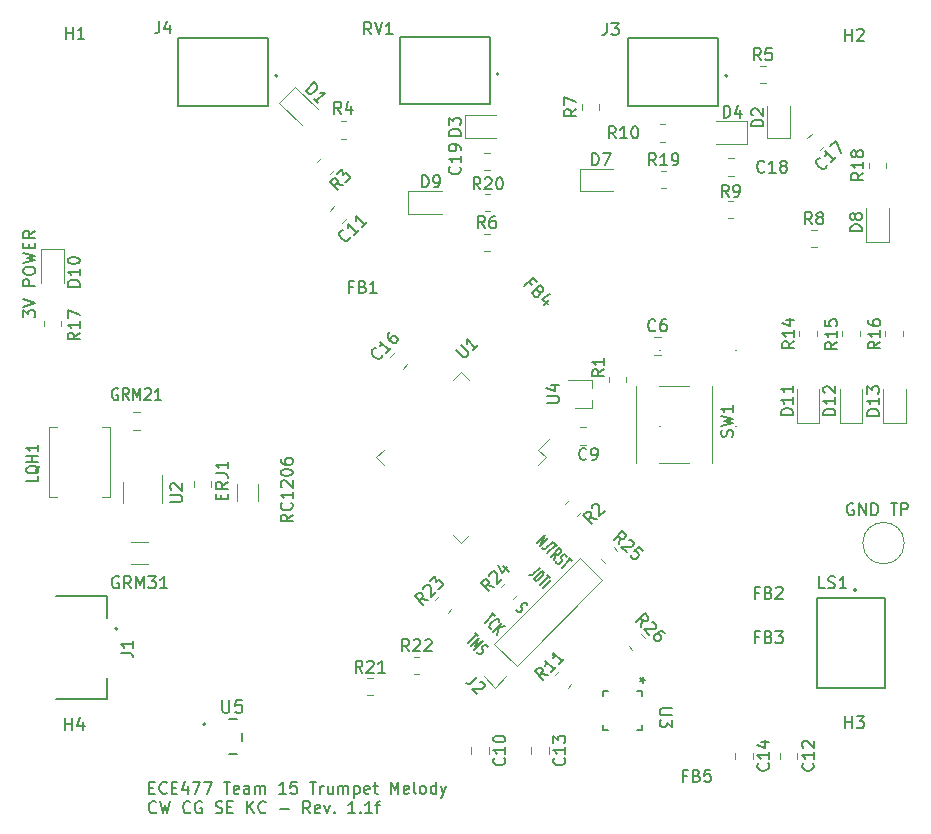
<source format=gbr>
%TF.GenerationSoftware,KiCad,Pcbnew,7.0.10*%
%TF.CreationDate,2024-03-07T19:45:30-05:00*%
%TF.ProjectId,TrumpetMelody,5472756d-7065-4744-9d65-6c6f64792e6b,rev?*%
%TF.SameCoordinates,Original*%
%TF.FileFunction,Legend,Top*%
%TF.FilePolarity,Positive*%
%FSLAX46Y46*%
G04 Gerber Fmt 4.6, Leading zero omitted, Abs format (unit mm)*
G04 Created by KiCad (PCBNEW 7.0.10) date 2024-03-07 19:45:30*
%MOMM*%
%LPD*%
G01*
G04 APERTURE LIST*
%ADD10C,0.152400*%
%ADD11C,0.127000*%
%ADD12C,0.200000*%
%ADD13C,0.120000*%
G04 APERTURE END LIST*
D10*
X186226783Y-98230494D02*
X186483361Y-98487073D01*
X185636651Y-99077204D02*
X186355072Y-98358783D01*
X185914612Y-99355164D02*
X186633033Y-98636744D01*
X186633033Y-98636744D02*
X186269546Y-99299572D01*
X186269546Y-99299572D02*
X186932374Y-98936086D01*
X186932374Y-98936086D02*
X186213954Y-99654506D01*
X186440598Y-99812730D02*
X186470533Y-99911085D01*
X186470533Y-99911085D02*
X186577440Y-100017993D01*
X186577440Y-100017993D02*
X186654414Y-100026545D01*
X186654414Y-100026545D02*
X186710006Y-100013716D01*
X186710006Y-100013716D02*
X186799809Y-99966677D01*
X186799809Y-99966677D02*
X186868230Y-99898256D01*
X186868230Y-99898256D02*
X186915269Y-99808453D01*
X186915269Y-99808453D02*
X186928098Y-99752861D01*
X186928098Y-99752861D02*
X186919545Y-99675888D01*
X186919545Y-99675888D02*
X186868230Y-99556151D01*
X186868230Y-99556151D02*
X186859677Y-99479177D01*
X186859677Y-99479177D02*
X186872506Y-99423585D01*
X186872506Y-99423585D02*
X186919545Y-99333783D01*
X186919545Y-99333783D02*
X186987966Y-99265362D01*
X186987966Y-99265362D02*
X187077769Y-99218322D01*
X187077769Y-99218322D02*
X187133361Y-99205493D01*
X187133361Y-99205493D02*
X187210335Y-99214046D01*
X187210335Y-99214046D02*
X187317242Y-99320954D01*
X187317242Y-99320954D02*
X187347177Y-99419309D01*
X187695761Y-96532379D02*
X187952339Y-96788958D01*
X187105629Y-97379089D02*
X187824050Y-96660668D01*
X187708590Y-97845207D02*
X187652998Y-97858036D01*
X187652998Y-97858036D02*
X187554643Y-97828102D01*
X187554643Y-97828102D02*
X187511879Y-97785339D01*
X187511879Y-97785339D02*
X187481945Y-97686984D01*
X187481945Y-97686984D02*
X187507603Y-97575800D01*
X187507603Y-97575800D02*
X187554643Y-97485997D01*
X187554643Y-97485997D02*
X187670103Y-97327773D01*
X187670103Y-97327773D02*
X187772735Y-97225142D01*
X187772735Y-97225142D02*
X187930958Y-97109681D01*
X187930958Y-97109681D02*
X188020761Y-97062642D01*
X188020761Y-97062642D02*
X188131945Y-97036984D01*
X188131945Y-97036984D02*
X188230300Y-97066918D01*
X188230300Y-97066918D02*
X188273063Y-97109681D01*
X188273063Y-97109681D02*
X188302997Y-97208037D01*
X188302997Y-97208037D02*
X188290168Y-97263629D01*
X187832603Y-98106062D02*
X188551023Y-97387642D01*
X188089182Y-98362641D02*
X188307274Y-97759681D01*
X188807602Y-97644221D02*
X188140497Y-97798168D01*
X191512755Y-90613203D02*
X192231175Y-89894783D01*
X192231175Y-89894783D02*
X191769334Y-90869782D01*
X191769334Y-90869782D02*
X192487754Y-90151361D01*
X192829859Y-90493466D02*
X192316701Y-91006624D01*
X192316701Y-91006624D02*
X192192688Y-91087874D01*
X192192688Y-91087874D02*
X192081504Y-91113532D01*
X192081504Y-91113532D02*
X191983149Y-91083597D01*
X191983149Y-91083597D02*
X191940386Y-91040834D01*
X192979530Y-90643138D02*
X193236109Y-90899716D01*
X192389399Y-91489847D02*
X193107820Y-90771427D01*
X192923938Y-92024387D02*
X193116373Y-91532611D01*
X192667360Y-91767808D02*
X193385780Y-91049388D01*
X193385780Y-91049388D02*
X193556833Y-91220440D01*
X193556833Y-91220440D02*
X193565385Y-91297414D01*
X193565385Y-91297414D02*
X193552556Y-91353006D01*
X193552556Y-91353006D02*
X193505517Y-91442808D01*
X193505517Y-91442808D02*
X193402885Y-91545440D01*
X193402885Y-91545440D02*
X193313083Y-91592479D01*
X193313083Y-91592479D02*
X193257491Y-91605308D01*
X193257491Y-91605308D02*
X193180517Y-91596756D01*
X193180517Y-91596756D02*
X193009465Y-91425703D01*
X193129201Y-92161229D02*
X193159136Y-92259584D01*
X193159136Y-92259584D02*
X193266043Y-92366492D01*
X193266043Y-92366492D02*
X193343017Y-92375044D01*
X193343017Y-92375044D02*
X193398609Y-92362216D01*
X193398609Y-92362216D02*
X193488412Y-92315176D01*
X193488412Y-92315176D02*
X193556833Y-92246755D01*
X193556833Y-92246755D02*
X193603872Y-92156953D01*
X193603872Y-92156953D02*
X193616701Y-92101360D01*
X193616701Y-92101360D02*
X193608148Y-92024387D01*
X193608148Y-92024387D02*
X193556833Y-91904650D01*
X193556833Y-91904650D02*
X193548280Y-91827676D01*
X193548280Y-91827676D02*
X193561109Y-91772084D01*
X193561109Y-91772084D02*
X193608148Y-91682282D01*
X193608148Y-91682282D02*
X193676569Y-91613861D01*
X193676569Y-91613861D02*
X193766372Y-91566821D01*
X193766372Y-91566821D02*
X193821964Y-91553992D01*
X193821964Y-91553992D02*
X193898938Y-91562545D01*
X193898938Y-91562545D02*
X194005846Y-91669453D01*
X194005846Y-91669453D02*
X194035780Y-91767808D01*
X194198280Y-91861887D02*
X194454858Y-92118466D01*
X193608149Y-92708597D02*
X194326569Y-91990176D01*
X158693358Y-111319785D02*
X159026691Y-111319785D01*
X159169548Y-111851975D02*
X158693358Y-111851975D01*
X158693358Y-111851975D02*
X158693358Y-110835975D01*
X158693358Y-110835975D02*
X159169548Y-110835975D01*
X160169548Y-111755214D02*
X160121929Y-111803595D01*
X160121929Y-111803595D02*
X159979072Y-111851975D01*
X159979072Y-111851975D02*
X159883834Y-111851975D01*
X159883834Y-111851975D02*
X159740977Y-111803595D01*
X159740977Y-111803595D02*
X159645739Y-111706833D01*
X159645739Y-111706833D02*
X159598120Y-111610071D01*
X159598120Y-111610071D02*
X159550501Y-111416547D01*
X159550501Y-111416547D02*
X159550501Y-111271404D01*
X159550501Y-111271404D02*
X159598120Y-111077880D01*
X159598120Y-111077880D02*
X159645739Y-110981118D01*
X159645739Y-110981118D02*
X159740977Y-110884356D01*
X159740977Y-110884356D02*
X159883834Y-110835975D01*
X159883834Y-110835975D02*
X159979072Y-110835975D01*
X159979072Y-110835975D02*
X160121929Y-110884356D01*
X160121929Y-110884356D02*
X160169548Y-110932737D01*
X160598120Y-111319785D02*
X160931453Y-111319785D01*
X161074310Y-111851975D02*
X160598120Y-111851975D01*
X160598120Y-111851975D02*
X160598120Y-110835975D01*
X160598120Y-110835975D02*
X161074310Y-110835975D01*
X161931453Y-111174642D02*
X161931453Y-111851975D01*
X161693358Y-110787595D02*
X161455263Y-111513309D01*
X161455263Y-111513309D02*
X162074310Y-111513309D01*
X162360025Y-110835975D02*
X163026691Y-110835975D01*
X163026691Y-110835975D02*
X162598120Y-111851975D01*
X163312406Y-110835975D02*
X163979072Y-110835975D01*
X163979072Y-110835975D02*
X163550501Y-111851975D01*
X164979073Y-110835975D02*
X165550501Y-110835975D01*
X165264787Y-111851975D02*
X165264787Y-110835975D01*
X166264787Y-111803595D02*
X166169549Y-111851975D01*
X166169549Y-111851975D02*
X165979073Y-111851975D01*
X165979073Y-111851975D02*
X165883835Y-111803595D01*
X165883835Y-111803595D02*
X165836216Y-111706833D01*
X165836216Y-111706833D02*
X165836216Y-111319785D01*
X165836216Y-111319785D02*
X165883835Y-111223023D01*
X165883835Y-111223023D02*
X165979073Y-111174642D01*
X165979073Y-111174642D02*
X166169549Y-111174642D01*
X166169549Y-111174642D02*
X166264787Y-111223023D01*
X166264787Y-111223023D02*
X166312406Y-111319785D01*
X166312406Y-111319785D02*
X166312406Y-111416547D01*
X166312406Y-111416547D02*
X165836216Y-111513309D01*
X167169549Y-111851975D02*
X167169549Y-111319785D01*
X167169549Y-111319785D02*
X167121930Y-111223023D01*
X167121930Y-111223023D02*
X167026692Y-111174642D01*
X167026692Y-111174642D02*
X166836216Y-111174642D01*
X166836216Y-111174642D02*
X166740978Y-111223023D01*
X167169549Y-111803595D02*
X167074311Y-111851975D01*
X167074311Y-111851975D02*
X166836216Y-111851975D01*
X166836216Y-111851975D02*
X166740978Y-111803595D01*
X166740978Y-111803595D02*
X166693359Y-111706833D01*
X166693359Y-111706833D02*
X166693359Y-111610071D01*
X166693359Y-111610071D02*
X166740978Y-111513309D01*
X166740978Y-111513309D02*
X166836216Y-111464928D01*
X166836216Y-111464928D02*
X167074311Y-111464928D01*
X167074311Y-111464928D02*
X167169549Y-111416547D01*
X167645740Y-111851975D02*
X167645740Y-111174642D01*
X167645740Y-111271404D02*
X167693359Y-111223023D01*
X167693359Y-111223023D02*
X167788597Y-111174642D01*
X167788597Y-111174642D02*
X167931454Y-111174642D01*
X167931454Y-111174642D02*
X168026692Y-111223023D01*
X168026692Y-111223023D02*
X168074311Y-111319785D01*
X168074311Y-111319785D02*
X168074311Y-111851975D01*
X168074311Y-111319785D02*
X168121930Y-111223023D01*
X168121930Y-111223023D02*
X168217168Y-111174642D01*
X168217168Y-111174642D02*
X168360025Y-111174642D01*
X168360025Y-111174642D02*
X168455264Y-111223023D01*
X168455264Y-111223023D02*
X168502883Y-111319785D01*
X168502883Y-111319785D02*
X168502883Y-111851975D01*
X170264787Y-111851975D02*
X169693359Y-111851975D01*
X169979073Y-111851975D02*
X169979073Y-110835975D01*
X169979073Y-110835975D02*
X169883835Y-110981118D01*
X169883835Y-110981118D02*
X169788597Y-111077880D01*
X169788597Y-111077880D02*
X169693359Y-111126261D01*
X171169549Y-110835975D02*
X170693359Y-110835975D01*
X170693359Y-110835975D02*
X170645740Y-111319785D01*
X170645740Y-111319785D02*
X170693359Y-111271404D01*
X170693359Y-111271404D02*
X170788597Y-111223023D01*
X170788597Y-111223023D02*
X171026692Y-111223023D01*
X171026692Y-111223023D02*
X171121930Y-111271404D01*
X171121930Y-111271404D02*
X171169549Y-111319785D01*
X171169549Y-111319785D02*
X171217168Y-111416547D01*
X171217168Y-111416547D02*
X171217168Y-111658452D01*
X171217168Y-111658452D02*
X171169549Y-111755214D01*
X171169549Y-111755214D02*
X171121930Y-111803595D01*
X171121930Y-111803595D02*
X171026692Y-111851975D01*
X171026692Y-111851975D02*
X170788597Y-111851975D01*
X170788597Y-111851975D02*
X170693359Y-111803595D01*
X170693359Y-111803595D02*
X170645740Y-111755214D01*
X172264788Y-110835975D02*
X172836216Y-110835975D01*
X172550502Y-111851975D02*
X172550502Y-110835975D01*
X173169550Y-111851975D02*
X173169550Y-111174642D01*
X173169550Y-111368166D02*
X173217169Y-111271404D01*
X173217169Y-111271404D02*
X173264788Y-111223023D01*
X173264788Y-111223023D02*
X173360026Y-111174642D01*
X173360026Y-111174642D02*
X173455264Y-111174642D01*
X174217169Y-111174642D02*
X174217169Y-111851975D01*
X173788598Y-111174642D02*
X173788598Y-111706833D01*
X173788598Y-111706833D02*
X173836217Y-111803595D01*
X173836217Y-111803595D02*
X173931455Y-111851975D01*
X173931455Y-111851975D02*
X174074312Y-111851975D01*
X174074312Y-111851975D02*
X174169550Y-111803595D01*
X174169550Y-111803595D02*
X174217169Y-111755214D01*
X174693360Y-111851975D02*
X174693360Y-111174642D01*
X174693360Y-111271404D02*
X174740979Y-111223023D01*
X174740979Y-111223023D02*
X174836217Y-111174642D01*
X174836217Y-111174642D02*
X174979074Y-111174642D01*
X174979074Y-111174642D02*
X175074312Y-111223023D01*
X175074312Y-111223023D02*
X175121931Y-111319785D01*
X175121931Y-111319785D02*
X175121931Y-111851975D01*
X175121931Y-111319785D02*
X175169550Y-111223023D01*
X175169550Y-111223023D02*
X175264788Y-111174642D01*
X175264788Y-111174642D02*
X175407645Y-111174642D01*
X175407645Y-111174642D02*
X175502884Y-111223023D01*
X175502884Y-111223023D02*
X175550503Y-111319785D01*
X175550503Y-111319785D02*
X175550503Y-111851975D01*
X176026693Y-111174642D02*
X176026693Y-112190642D01*
X176026693Y-111223023D02*
X176121931Y-111174642D01*
X176121931Y-111174642D02*
X176312407Y-111174642D01*
X176312407Y-111174642D02*
X176407645Y-111223023D01*
X176407645Y-111223023D02*
X176455264Y-111271404D01*
X176455264Y-111271404D02*
X176502883Y-111368166D01*
X176502883Y-111368166D02*
X176502883Y-111658452D01*
X176502883Y-111658452D02*
X176455264Y-111755214D01*
X176455264Y-111755214D02*
X176407645Y-111803595D01*
X176407645Y-111803595D02*
X176312407Y-111851975D01*
X176312407Y-111851975D02*
X176121931Y-111851975D01*
X176121931Y-111851975D02*
X176026693Y-111803595D01*
X177312407Y-111803595D02*
X177217169Y-111851975D01*
X177217169Y-111851975D02*
X177026693Y-111851975D01*
X177026693Y-111851975D02*
X176931455Y-111803595D01*
X176931455Y-111803595D02*
X176883836Y-111706833D01*
X176883836Y-111706833D02*
X176883836Y-111319785D01*
X176883836Y-111319785D02*
X176931455Y-111223023D01*
X176931455Y-111223023D02*
X177026693Y-111174642D01*
X177026693Y-111174642D02*
X177217169Y-111174642D01*
X177217169Y-111174642D02*
X177312407Y-111223023D01*
X177312407Y-111223023D02*
X177360026Y-111319785D01*
X177360026Y-111319785D02*
X177360026Y-111416547D01*
X177360026Y-111416547D02*
X176883836Y-111513309D01*
X177645741Y-111174642D02*
X178026693Y-111174642D01*
X177788598Y-110835975D02*
X177788598Y-111706833D01*
X177788598Y-111706833D02*
X177836217Y-111803595D01*
X177836217Y-111803595D02*
X177931455Y-111851975D01*
X177931455Y-111851975D02*
X178026693Y-111851975D01*
X179121932Y-111851975D02*
X179121932Y-110835975D01*
X179121932Y-110835975D02*
X179455265Y-111561690D01*
X179455265Y-111561690D02*
X179788598Y-110835975D01*
X179788598Y-110835975D02*
X179788598Y-111851975D01*
X180645741Y-111803595D02*
X180550503Y-111851975D01*
X180550503Y-111851975D02*
X180360027Y-111851975D01*
X180360027Y-111851975D02*
X180264789Y-111803595D01*
X180264789Y-111803595D02*
X180217170Y-111706833D01*
X180217170Y-111706833D02*
X180217170Y-111319785D01*
X180217170Y-111319785D02*
X180264789Y-111223023D01*
X180264789Y-111223023D02*
X180360027Y-111174642D01*
X180360027Y-111174642D02*
X180550503Y-111174642D01*
X180550503Y-111174642D02*
X180645741Y-111223023D01*
X180645741Y-111223023D02*
X180693360Y-111319785D01*
X180693360Y-111319785D02*
X180693360Y-111416547D01*
X180693360Y-111416547D02*
X180217170Y-111513309D01*
X181264789Y-111851975D02*
X181169551Y-111803595D01*
X181169551Y-111803595D02*
X181121932Y-111706833D01*
X181121932Y-111706833D02*
X181121932Y-110835975D01*
X181788599Y-111851975D02*
X181693361Y-111803595D01*
X181693361Y-111803595D02*
X181645742Y-111755214D01*
X181645742Y-111755214D02*
X181598123Y-111658452D01*
X181598123Y-111658452D02*
X181598123Y-111368166D01*
X181598123Y-111368166D02*
X181645742Y-111271404D01*
X181645742Y-111271404D02*
X181693361Y-111223023D01*
X181693361Y-111223023D02*
X181788599Y-111174642D01*
X181788599Y-111174642D02*
X181931456Y-111174642D01*
X181931456Y-111174642D02*
X182026694Y-111223023D01*
X182026694Y-111223023D02*
X182074313Y-111271404D01*
X182074313Y-111271404D02*
X182121932Y-111368166D01*
X182121932Y-111368166D02*
X182121932Y-111658452D01*
X182121932Y-111658452D02*
X182074313Y-111755214D01*
X182074313Y-111755214D02*
X182026694Y-111803595D01*
X182026694Y-111803595D02*
X181931456Y-111851975D01*
X181931456Y-111851975D02*
X181788599Y-111851975D01*
X182979075Y-111851975D02*
X182979075Y-110835975D01*
X182979075Y-111803595D02*
X182883837Y-111851975D01*
X182883837Y-111851975D02*
X182693361Y-111851975D01*
X182693361Y-111851975D02*
X182598123Y-111803595D01*
X182598123Y-111803595D02*
X182550504Y-111755214D01*
X182550504Y-111755214D02*
X182502885Y-111658452D01*
X182502885Y-111658452D02*
X182502885Y-111368166D01*
X182502885Y-111368166D02*
X182550504Y-111271404D01*
X182550504Y-111271404D02*
X182598123Y-111223023D01*
X182598123Y-111223023D02*
X182693361Y-111174642D01*
X182693361Y-111174642D02*
X182883837Y-111174642D01*
X182883837Y-111174642D02*
X182979075Y-111223023D01*
X183360028Y-111174642D02*
X183598123Y-111851975D01*
X183836218Y-111174642D02*
X183598123Y-111851975D01*
X183598123Y-111851975D02*
X183502885Y-112093880D01*
X183502885Y-112093880D02*
X183455266Y-112142261D01*
X183455266Y-112142261D02*
X183360028Y-112190642D01*
X159264786Y-113390974D02*
X159217167Y-113439355D01*
X159217167Y-113439355D02*
X159074310Y-113487735D01*
X159074310Y-113487735D02*
X158979072Y-113487735D01*
X158979072Y-113487735D02*
X158836215Y-113439355D01*
X158836215Y-113439355D02*
X158740977Y-113342593D01*
X158740977Y-113342593D02*
X158693358Y-113245831D01*
X158693358Y-113245831D02*
X158645739Y-113052307D01*
X158645739Y-113052307D02*
X158645739Y-112907164D01*
X158645739Y-112907164D02*
X158693358Y-112713640D01*
X158693358Y-112713640D02*
X158740977Y-112616878D01*
X158740977Y-112616878D02*
X158836215Y-112520116D01*
X158836215Y-112520116D02*
X158979072Y-112471735D01*
X158979072Y-112471735D02*
X159074310Y-112471735D01*
X159074310Y-112471735D02*
X159217167Y-112520116D01*
X159217167Y-112520116D02*
X159264786Y-112568497D01*
X159598120Y-112471735D02*
X159836215Y-113487735D01*
X159836215Y-113487735D02*
X160026691Y-112762021D01*
X160026691Y-112762021D02*
X160217167Y-113487735D01*
X160217167Y-113487735D02*
X160455263Y-112471735D01*
X162169548Y-113390974D02*
X162121929Y-113439355D01*
X162121929Y-113439355D02*
X161979072Y-113487735D01*
X161979072Y-113487735D02*
X161883834Y-113487735D01*
X161883834Y-113487735D02*
X161740977Y-113439355D01*
X161740977Y-113439355D02*
X161645739Y-113342593D01*
X161645739Y-113342593D02*
X161598120Y-113245831D01*
X161598120Y-113245831D02*
X161550501Y-113052307D01*
X161550501Y-113052307D02*
X161550501Y-112907164D01*
X161550501Y-112907164D02*
X161598120Y-112713640D01*
X161598120Y-112713640D02*
X161645739Y-112616878D01*
X161645739Y-112616878D02*
X161740977Y-112520116D01*
X161740977Y-112520116D02*
X161883834Y-112471735D01*
X161883834Y-112471735D02*
X161979072Y-112471735D01*
X161979072Y-112471735D02*
X162121929Y-112520116D01*
X162121929Y-112520116D02*
X162169548Y-112568497D01*
X163121929Y-112520116D02*
X163026691Y-112471735D01*
X163026691Y-112471735D02*
X162883834Y-112471735D01*
X162883834Y-112471735D02*
X162740977Y-112520116D01*
X162740977Y-112520116D02*
X162645739Y-112616878D01*
X162645739Y-112616878D02*
X162598120Y-112713640D01*
X162598120Y-112713640D02*
X162550501Y-112907164D01*
X162550501Y-112907164D02*
X162550501Y-113052307D01*
X162550501Y-113052307D02*
X162598120Y-113245831D01*
X162598120Y-113245831D02*
X162645739Y-113342593D01*
X162645739Y-113342593D02*
X162740977Y-113439355D01*
X162740977Y-113439355D02*
X162883834Y-113487735D01*
X162883834Y-113487735D02*
X162979072Y-113487735D01*
X162979072Y-113487735D02*
X163121929Y-113439355D01*
X163121929Y-113439355D02*
X163169548Y-113390974D01*
X163169548Y-113390974D02*
X163169548Y-113052307D01*
X163169548Y-113052307D02*
X162979072Y-113052307D01*
X164312406Y-113439355D02*
X164455263Y-113487735D01*
X164455263Y-113487735D02*
X164693358Y-113487735D01*
X164693358Y-113487735D02*
X164788596Y-113439355D01*
X164788596Y-113439355D02*
X164836215Y-113390974D01*
X164836215Y-113390974D02*
X164883834Y-113294212D01*
X164883834Y-113294212D02*
X164883834Y-113197450D01*
X164883834Y-113197450D02*
X164836215Y-113100688D01*
X164836215Y-113100688D02*
X164788596Y-113052307D01*
X164788596Y-113052307D02*
X164693358Y-113003926D01*
X164693358Y-113003926D02*
X164502882Y-112955545D01*
X164502882Y-112955545D02*
X164407644Y-112907164D01*
X164407644Y-112907164D02*
X164360025Y-112858783D01*
X164360025Y-112858783D02*
X164312406Y-112762021D01*
X164312406Y-112762021D02*
X164312406Y-112665259D01*
X164312406Y-112665259D02*
X164360025Y-112568497D01*
X164360025Y-112568497D02*
X164407644Y-112520116D01*
X164407644Y-112520116D02*
X164502882Y-112471735D01*
X164502882Y-112471735D02*
X164740977Y-112471735D01*
X164740977Y-112471735D02*
X164883834Y-112520116D01*
X165312406Y-112955545D02*
X165645739Y-112955545D01*
X165788596Y-113487735D02*
X165312406Y-113487735D01*
X165312406Y-113487735D02*
X165312406Y-112471735D01*
X165312406Y-112471735D02*
X165788596Y-112471735D01*
X166979073Y-113487735D02*
X166979073Y-112471735D01*
X167550501Y-113487735D02*
X167121930Y-112907164D01*
X167550501Y-112471735D02*
X166979073Y-113052307D01*
X168550501Y-113390974D02*
X168502882Y-113439355D01*
X168502882Y-113439355D02*
X168360025Y-113487735D01*
X168360025Y-113487735D02*
X168264787Y-113487735D01*
X168264787Y-113487735D02*
X168121930Y-113439355D01*
X168121930Y-113439355D02*
X168026692Y-113342593D01*
X168026692Y-113342593D02*
X167979073Y-113245831D01*
X167979073Y-113245831D02*
X167931454Y-113052307D01*
X167931454Y-113052307D02*
X167931454Y-112907164D01*
X167931454Y-112907164D02*
X167979073Y-112713640D01*
X167979073Y-112713640D02*
X168026692Y-112616878D01*
X168026692Y-112616878D02*
X168121930Y-112520116D01*
X168121930Y-112520116D02*
X168264787Y-112471735D01*
X168264787Y-112471735D02*
X168360025Y-112471735D01*
X168360025Y-112471735D02*
X168502882Y-112520116D01*
X168502882Y-112520116D02*
X168550501Y-112568497D01*
X169740978Y-113100688D02*
X170502883Y-113100688D01*
X172312406Y-113487735D02*
X171979073Y-113003926D01*
X171740978Y-113487735D02*
X171740978Y-112471735D01*
X171740978Y-112471735D02*
X172121930Y-112471735D01*
X172121930Y-112471735D02*
X172217168Y-112520116D01*
X172217168Y-112520116D02*
X172264787Y-112568497D01*
X172264787Y-112568497D02*
X172312406Y-112665259D01*
X172312406Y-112665259D02*
X172312406Y-112810402D01*
X172312406Y-112810402D02*
X172264787Y-112907164D01*
X172264787Y-112907164D02*
X172217168Y-112955545D01*
X172217168Y-112955545D02*
X172121930Y-113003926D01*
X172121930Y-113003926D02*
X171740978Y-113003926D01*
X173121930Y-113439355D02*
X173026692Y-113487735D01*
X173026692Y-113487735D02*
X172836216Y-113487735D01*
X172836216Y-113487735D02*
X172740978Y-113439355D01*
X172740978Y-113439355D02*
X172693359Y-113342593D01*
X172693359Y-113342593D02*
X172693359Y-112955545D01*
X172693359Y-112955545D02*
X172740978Y-112858783D01*
X172740978Y-112858783D02*
X172836216Y-112810402D01*
X172836216Y-112810402D02*
X173026692Y-112810402D01*
X173026692Y-112810402D02*
X173121930Y-112858783D01*
X173121930Y-112858783D02*
X173169549Y-112955545D01*
X173169549Y-112955545D02*
X173169549Y-113052307D01*
X173169549Y-113052307D02*
X172693359Y-113149069D01*
X173502883Y-112810402D02*
X173740978Y-113487735D01*
X173740978Y-113487735D02*
X173979073Y-112810402D01*
X174360026Y-113390974D02*
X174407645Y-113439355D01*
X174407645Y-113439355D02*
X174360026Y-113487735D01*
X174360026Y-113487735D02*
X174312407Y-113439355D01*
X174312407Y-113439355D02*
X174360026Y-113390974D01*
X174360026Y-113390974D02*
X174360026Y-113487735D01*
X176121930Y-113487735D02*
X175550502Y-113487735D01*
X175836216Y-113487735D02*
X175836216Y-112471735D01*
X175836216Y-112471735D02*
X175740978Y-112616878D01*
X175740978Y-112616878D02*
X175645740Y-112713640D01*
X175645740Y-112713640D02*
X175550502Y-112762021D01*
X176550502Y-113390974D02*
X176598121Y-113439355D01*
X176598121Y-113439355D02*
X176550502Y-113487735D01*
X176550502Y-113487735D02*
X176502883Y-113439355D01*
X176502883Y-113439355D02*
X176550502Y-113390974D01*
X176550502Y-113390974D02*
X176550502Y-113487735D01*
X177550501Y-113487735D02*
X176979073Y-113487735D01*
X177264787Y-113487735D02*
X177264787Y-112471735D01*
X177264787Y-112471735D02*
X177169549Y-112616878D01*
X177169549Y-112616878D02*
X177074311Y-112713640D01*
X177074311Y-112713640D02*
X176979073Y-112762021D01*
X177836216Y-112810402D02*
X178217168Y-112810402D01*
X177979073Y-113487735D02*
X177979073Y-112616878D01*
X177979073Y-112616878D02*
X178026692Y-112520116D01*
X178026692Y-112520116D02*
X178121930Y-112471735D01*
X178121930Y-112471735D02*
X178217168Y-112471735D01*
X189774333Y-96267522D02*
X189804267Y-96365877D01*
X189804267Y-96365877D02*
X189911175Y-96472785D01*
X189911175Y-96472785D02*
X189988148Y-96481338D01*
X189988148Y-96481338D02*
X190043740Y-96468509D01*
X190043740Y-96468509D02*
X190133543Y-96421469D01*
X190133543Y-96421469D02*
X190201964Y-96353048D01*
X190201964Y-96353048D02*
X190249003Y-96263246D01*
X190249003Y-96263246D02*
X190261832Y-96207654D01*
X190261832Y-96207654D02*
X190253280Y-96130680D01*
X190253280Y-96130680D02*
X190201964Y-96010943D01*
X190201964Y-96010943D02*
X190193411Y-95933970D01*
X190193411Y-95933970D02*
X190206240Y-95878378D01*
X190206240Y-95878378D02*
X190253280Y-95788575D01*
X190253280Y-95788575D02*
X190321701Y-95720154D01*
X190321701Y-95720154D02*
X190411503Y-95673115D01*
X190411503Y-95673115D02*
X190467095Y-95660286D01*
X190467095Y-95660286D02*
X190544069Y-95668838D01*
X190544069Y-95668838D02*
X190650977Y-95775746D01*
X190650977Y-95775746D02*
X190680911Y-95874101D01*
X191729275Y-92732130D02*
X191216117Y-93245288D01*
X191216117Y-93245288D02*
X191092104Y-93326537D01*
X191092104Y-93326537D02*
X190980920Y-93352195D01*
X190980920Y-93352195D02*
X190882565Y-93322261D01*
X190882565Y-93322261D02*
X190839802Y-93279498D01*
X191224670Y-93664366D02*
X191943091Y-92945946D01*
X191943091Y-92945946D02*
X192049998Y-93052854D01*
X192049998Y-93052854D02*
X192079933Y-93151209D01*
X192079933Y-93151209D02*
X192054275Y-93262393D01*
X192054275Y-93262393D02*
X192007235Y-93352196D01*
X192007235Y-93352196D02*
X191891775Y-93510419D01*
X191891775Y-93510419D02*
X191789143Y-93613051D01*
X191789143Y-93613051D02*
X191630920Y-93728511D01*
X191630920Y-93728511D02*
X191541117Y-93775551D01*
X191541117Y-93775551D02*
X191429933Y-93801208D01*
X191429933Y-93801208D02*
X191331578Y-93771274D01*
X191331578Y-93771274D02*
X191224670Y-93664366D01*
X192327959Y-93330814D02*
X192584537Y-93587393D01*
X191737828Y-94177524D02*
X192456248Y-93459103D01*
X192015788Y-94455485D02*
X192734209Y-93737064D01*
X148005110Y-71511879D02*
X148005110Y-70892832D01*
X148005110Y-70892832D02*
X148392158Y-71226165D01*
X148392158Y-71226165D02*
X148392158Y-71083308D01*
X148392158Y-71083308D02*
X148440539Y-70988070D01*
X148440539Y-70988070D02*
X148488920Y-70940451D01*
X148488920Y-70940451D02*
X148585682Y-70892832D01*
X148585682Y-70892832D02*
X148827587Y-70892832D01*
X148827587Y-70892832D02*
X148924349Y-70940451D01*
X148924349Y-70940451D02*
X148972730Y-70988070D01*
X148972730Y-70988070D02*
X149021110Y-71083308D01*
X149021110Y-71083308D02*
X149021110Y-71369022D01*
X149021110Y-71369022D02*
X148972730Y-71464260D01*
X148972730Y-71464260D02*
X148924349Y-71511879D01*
X148005110Y-70607117D02*
X149021110Y-70273784D01*
X149021110Y-70273784D02*
X148005110Y-69940451D01*
X149021110Y-68845212D02*
X148005110Y-68845212D01*
X148005110Y-68845212D02*
X148005110Y-68464260D01*
X148005110Y-68464260D02*
X148053491Y-68369022D01*
X148053491Y-68369022D02*
X148101872Y-68321403D01*
X148101872Y-68321403D02*
X148198634Y-68273784D01*
X148198634Y-68273784D02*
X148343777Y-68273784D01*
X148343777Y-68273784D02*
X148440539Y-68321403D01*
X148440539Y-68321403D02*
X148488920Y-68369022D01*
X148488920Y-68369022D02*
X148537301Y-68464260D01*
X148537301Y-68464260D02*
X148537301Y-68845212D01*
X148005110Y-67654736D02*
X148005110Y-67464260D01*
X148005110Y-67464260D02*
X148053491Y-67369022D01*
X148053491Y-67369022D02*
X148150253Y-67273784D01*
X148150253Y-67273784D02*
X148343777Y-67226165D01*
X148343777Y-67226165D02*
X148682444Y-67226165D01*
X148682444Y-67226165D02*
X148875968Y-67273784D01*
X148875968Y-67273784D02*
X148972730Y-67369022D01*
X148972730Y-67369022D02*
X149021110Y-67464260D01*
X149021110Y-67464260D02*
X149021110Y-67654736D01*
X149021110Y-67654736D02*
X148972730Y-67749974D01*
X148972730Y-67749974D02*
X148875968Y-67845212D01*
X148875968Y-67845212D02*
X148682444Y-67892831D01*
X148682444Y-67892831D02*
X148343777Y-67892831D01*
X148343777Y-67892831D02*
X148150253Y-67845212D01*
X148150253Y-67845212D02*
X148053491Y-67749974D01*
X148053491Y-67749974D02*
X148005110Y-67654736D01*
X148005110Y-66892831D02*
X149021110Y-66654736D01*
X149021110Y-66654736D02*
X148295396Y-66464260D01*
X148295396Y-66464260D02*
X149021110Y-66273784D01*
X149021110Y-66273784D02*
X148005110Y-66035689D01*
X148488920Y-65654736D02*
X148488920Y-65321403D01*
X149021110Y-65178546D02*
X149021110Y-65654736D01*
X149021110Y-65654736D02*
X148005110Y-65654736D01*
X148005110Y-65654736D02*
X148005110Y-65178546D01*
X149021110Y-64178546D02*
X148537301Y-64511879D01*
X149021110Y-64749974D02*
X148005110Y-64749974D01*
X148005110Y-64749974D02*
X148005110Y-64369022D01*
X148005110Y-64369022D02*
X148053491Y-64273784D01*
X148053491Y-64273784D02*
X148101872Y-64226165D01*
X148101872Y-64226165D02*
X148198634Y-64178546D01*
X148198634Y-64178546D02*
X148343777Y-64178546D01*
X148343777Y-64178546D02*
X148440539Y-64226165D01*
X148440539Y-64226165D02*
X148488920Y-64273784D01*
X148488920Y-64273784D02*
X148537301Y-64369022D01*
X148537301Y-64369022D02*
X148537301Y-64749974D01*
X204184666Y-110302505D02*
X203851333Y-110302505D01*
X203851333Y-110834695D02*
X203851333Y-109818695D01*
X203851333Y-109818695D02*
X204327523Y-109818695D01*
X205041809Y-110302505D02*
X205184666Y-110350886D01*
X205184666Y-110350886D02*
X205232285Y-110399267D01*
X205232285Y-110399267D02*
X205279904Y-110496029D01*
X205279904Y-110496029D02*
X205279904Y-110641172D01*
X205279904Y-110641172D02*
X205232285Y-110737934D01*
X205232285Y-110737934D02*
X205184666Y-110786315D01*
X205184666Y-110786315D02*
X205089428Y-110834695D01*
X205089428Y-110834695D02*
X204708476Y-110834695D01*
X204708476Y-110834695D02*
X204708476Y-109818695D01*
X204708476Y-109818695D02*
X205041809Y-109818695D01*
X205041809Y-109818695D02*
X205137047Y-109867076D01*
X205137047Y-109867076D02*
X205184666Y-109915457D01*
X205184666Y-109915457D02*
X205232285Y-110012219D01*
X205232285Y-110012219D02*
X205232285Y-110108981D01*
X205232285Y-110108981D02*
X205184666Y-110205743D01*
X205184666Y-110205743D02*
X205137047Y-110254124D01*
X205137047Y-110254124D02*
X205041809Y-110302505D01*
X205041809Y-110302505D02*
X204708476Y-110302505D01*
X206184666Y-109818695D02*
X205708476Y-109818695D01*
X205708476Y-109818695D02*
X205660857Y-110302505D01*
X205660857Y-110302505D02*
X205708476Y-110254124D01*
X205708476Y-110254124D02*
X205803714Y-110205743D01*
X205803714Y-110205743D02*
X206041809Y-110205743D01*
X206041809Y-110205743D02*
X206137047Y-110254124D01*
X206137047Y-110254124D02*
X206184666Y-110302505D01*
X206184666Y-110302505D02*
X206232285Y-110399267D01*
X206232285Y-110399267D02*
X206232285Y-110641172D01*
X206232285Y-110641172D02*
X206184666Y-110737934D01*
X206184666Y-110737934D02*
X206137047Y-110786315D01*
X206137047Y-110786315D02*
X206041809Y-110834695D01*
X206041809Y-110834695D02*
X205803714Y-110834695D01*
X205803714Y-110834695D02*
X205708476Y-110786315D01*
X205708476Y-110786315D02*
X205660857Y-110737934D01*
X197434195Y-46580470D02*
X197434195Y-47306185D01*
X197434195Y-47306185D02*
X197386576Y-47451328D01*
X197386576Y-47451328D02*
X197291338Y-47548090D01*
X197291338Y-47548090D02*
X197148481Y-47596470D01*
X197148481Y-47596470D02*
X197053243Y-47596470D01*
X197815148Y-46580470D02*
X198434195Y-46580470D01*
X198434195Y-46580470D02*
X198100862Y-46967518D01*
X198100862Y-46967518D02*
X198243719Y-46967518D01*
X198243719Y-46967518D02*
X198338957Y-47015899D01*
X198338957Y-47015899D02*
X198386576Y-47064280D01*
X198386576Y-47064280D02*
X198434195Y-47161042D01*
X198434195Y-47161042D02*
X198434195Y-47402947D01*
X198434195Y-47402947D02*
X198386576Y-47499709D01*
X198386576Y-47499709D02*
X198338957Y-47548090D01*
X198338957Y-47548090D02*
X198243719Y-47596470D01*
X198243719Y-47596470D02*
X197958005Y-47596470D01*
X197958005Y-47596470D02*
X197862767Y-47548090D01*
X197862767Y-47548090D02*
X197815148Y-47499709D01*
X216903278Y-73585322D02*
X216419469Y-73918655D01*
X216903278Y-74156750D02*
X215887278Y-74156750D01*
X215887278Y-74156750D02*
X215887278Y-73775798D01*
X215887278Y-73775798D02*
X215935659Y-73680560D01*
X215935659Y-73680560D02*
X215984040Y-73632941D01*
X215984040Y-73632941D02*
X216080802Y-73585322D01*
X216080802Y-73585322D02*
X216225945Y-73585322D01*
X216225945Y-73585322D02*
X216322707Y-73632941D01*
X216322707Y-73632941D02*
X216371088Y-73680560D01*
X216371088Y-73680560D02*
X216419469Y-73775798D01*
X216419469Y-73775798D02*
X216419469Y-74156750D01*
X216903278Y-72632941D02*
X216903278Y-73204369D01*
X216903278Y-72918655D02*
X215887278Y-72918655D01*
X215887278Y-72918655D02*
X216032421Y-73013893D01*
X216032421Y-73013893D02*
X216129183Y-73109131D01*
X216129183Y-73109131D02*
X216177564Y-73204369D01*
X215887278Y-71728179D02*
X215887278Y-72204369D01*
X215887278Y-72204369D02*
X216371088Y-72251988D01*
X216371088Y-72251988D02*
X216322707Y-72204369D01*
X216322707Y-72204369D02*
X216274326Y-72109131D01*
X216274326Y-72109131D02*
X216274326Y-71871036D01*
X216274326Y-71871036D02*
X216322707Y-71775798D01*
X216322707Y-71775798D02*
X216371088Y-71728179D01*
X216371088Y-71728179D02*
X216467850Y-71680560D01*
X216467850Y-71680560D02*
X216709755Y-71680560D01*
X216709755Y-71680560D02*
X216806517Y-71728179D01*
X216806517Y-71728179D02*
X216854898Y-71775798D01*
X216854898Y-71775798D02*
X216903278Y-71871036D01*
X216903278Y-71871036D02*
X216903278Y-72109131D01*
X216903278Y-72109131D02*
X216854898Y-72204369D01*
X216854898Y-72204369D02*
X216806517Y-72251988D01*
X174935307Y-54277971D02*
X174601974Y-53794162D01*
X174363879Y-54277971D02*
X174363879Y-53261971D01*
X174363879Y-53261971D02*
X174744831Y-53261971D01*
X174744831Y-53261971D02*
X174840069Y-53310352D01*
X174840069Y-53310352D02*
X174887688Y-53358733D01*
X174887688Y-53358733D02*
X174935307Y-53455495D01*
X174935307Y-53455495D02*
X174935307Y-53600638D01*
X174935307Y-53600638D02*
X174887688Y-53697400D01*
X174887688Y-53697400D02*
X174840069Y-53745781D01*
X174840069Y-53745781D02*
X174744831Y-53794162D01*
X174744831Y-53794162D02*
X174363879Y-53794162D01*
X175792450Y-53600638D02*
X175792450Y-54277971D01*
X175554355Y-53213591D02*
X175316260Y-53939305D01*
X175316260Y-53939305D02*
X175935307Y-53939305D01*
X182282885Y-95442163D02*
X181705078Y-95335761D01*
X181878824Y-95846224D02*
X181160403Y-95127804D01*
X181160403Y-95127804D02*
X181429778Y-94858430D01*
X181429778Y-94858430D02*
X181531332Y-94825297D01*
X181531332Y-94825297D02*
X181599214Y-94825836D01*
X181599214Y-94825836D02*
X181701307Y-94860585D01*
X181701307Y-94860585D02*
X181803938Y-94963216D01*
X181803938Y-94963216D02*
X181838687Y-95065309D01*
X181838687Y-95065309D02*
X181839226Y-95133191D01*
X181839226Y-95133191D02*
X181806093Y-95234745D01*
X181806093Y-95234745D02*
X181536719Y-95504119D01*
X181902260Y-94522790D02*
X181901721Y-94454908D01*
X181901721Y-94454908D02*
X181934854Y-94353354D01*
X181934854Y-94353354D02*
X182103213Y-94184995D01*
X182103213Y-94184995D02*
X182204767Y-94151862D01*
X182204767Y-94151862D02*
X182272649Y-94152401D01*
X182272649Y-94152401D02*
X182374742Y-94187150D01*
X182374742Y-94187150D02*
X182443163Y-94255571D01*
X182443163Y-94255571D02*
X182512122Y-94391874D01*
X182512122Y-94391874D02*
X182518587Y-95206461D01*
X182518587Y-95206461D02*
X182956320Y-94768728D01*
X182473602Y-93814606D02*
X182911335Y-93376873D01*
X182911335Y-93376873D02*
X182949316Y-93886259D01*
X182949316Y-93886259D02*
X183050332Y-93785244D01*
X183050332Y-93785244D02*
X183151886Y-93752111D01*
X183151886Y-93752111D02*
X183219768Y-93752650D01*
X183219768Y-93752650D02*
X183321861Y-93787399D01*
X183321861Y-93787399D02*
X183492913Y-93958451D01*
X183492913Y-93958451D02*
X183527662Y-94060544D01*
X183527662Y-94060544D02*
X183528201Y-94128426D01*
X183528201Y-94128426D02*
X183495068Y-94229980D01*
X183495068Y-94229980D02*
X183293038Y-94432011D01*
X183293038Y-94432011D02*
X183191484Y-94465144D01*
X183191484Y-94465144D02*
X183123601Y-94464605D01*
X175080418Y-60336338D02*
X174502611Y-60229936D01*
X174676357Y-60740399D02*
X173957936Y-60021979D01*
X173957936Y-60021979D02*
X174227310Y-59752605D01*
X174227310Y-59752605D02*
X174328864Y-59719472D01*
X174328864Y-59719472D02*
X174396747Y-59720011D01*
X174396747Y-59720011D02*
X174498839Y-59754760D01*
X174498839Y-59754760D02*
X174601471Y-59857391D01*
X174601471Y-59857391D02*
X174636220Y-59959484D01*
X174636220Y-59959484D02*
X174636759Y-60027366D01*
X174636759Y-60027366D02*
X174603626Y-60128920D01*
X174603626Y-60128920D02*
X174334252Y-60398294D01*
X174597700Y-59382216D02*
X175035432Y-58944483D01*
X175035432Y-58944483D02*
X175073414Y-59453869D01*
X175073414Y-59453869D02*
X175174429Y-59352854D01*
X175174429Y-59352854D02*
X175275983Y-59319721D01*
X175275983Y-59319721D02*
X175343866Y-59320260D01*
X175343866Y-59320260D02*
X175445958Y-59355009D01*
X175445958Y-59355009D02*
X175617011Y-59526061D01*
X175617011Y-59526061D02*
X175651760Y-59628154D01*
X175651760Y-59628154D02*
X175652299Y-59696036D01*
X175652299Y-59696036D02*
X175619166Y-59797590D01*
X175619166Y-59797590D02*
X175417135Y-59999621D01*
X175417135Y-59999621D02*
X175315581Y-60032754D01*
X175315581Y-60032754D02*
X175247699Y-60032215D01*
X192452563Y-101777486D02*
X191874756Y-101671084D01*
X192048502Y-102181547D02*
X191330081Y-101463127D01*
X191330081Y-101463127D02*
X191599456Y-101193753D01*
X191599456Y-101193753D02*
X191701010Y-101160620D01*
X191701010Y-101160620D02*
X191768892Y-101161159D01*
X191768892Y-101161159D02*
X191870985Y-101195908D01*
X191870985Y-101195908D02*
X191973616Y-101298539D01*
X191973616Y-101298539D02*
X192008365Y-101400632D01*
X192008365Y-101400632D02*
X192008904Y-101468514D01*
X192008904Y-101468514D02*
X191975771Y-101570068D01*
X191975771Y-101570068D02*
X191706397Y-101839442D01*
X193125998Y-101104051D02*
X192721937Y-101508112D01*
X192923968Y-101306082D02*
X192205547Y-100587661D01*
X192205547Y-100587661D02*
X192240835Y-100757636D01*
X192240835Y-100757636D02*
X192241913Y-100893401D01*
X192241913Y-100893401D02*
X192208780Y-100994955D01*
X193799433Y-100430616D02*
X193395372Y-100834677D01*
X193597403Y-100632647D02*
X192878982Y-99914226D01*
X192878982Y-99914226D02*
X192914270Y-100084201D01*
X192914270Y-100084201D02*
X192915348Y-100219966D01*
X192915348Y-100219966D02*
X192882215Y-100321520D01*
X186720488Y-60672978D02*
X186387155Y-60189169D01*
X186149060Y-60672978D02*
X186149060Y-59656978D01*
X186149060Y-59656978D02*
X186530012Y-59656978D01*
X186530012Y-59656978D02*
X186625250Y-59705359D01*
X186625250Y-59705359D02*
X186672869Y-59753740D01*
X186672869Y-59753740D02*
X186720488Y-59850502D01*
X186720488Y-59850502D02*
X186720488Y-59995645D01*
X186720488Y-59995645D02*
X186672869Y-60092407D01*
X186672869Y-60092407D02*
X186625250Y-60140788D01*
X186625250Y-60140788D02*
X186530012Y-60189169D01*
X186530012Y-60189169D02*
X186149060Y-60189169D01*
X187101441Y-59753740D02*
X187149060Y-59705359D01*
X187149060Y-59705359D02*
X187244298Y-59656978D01*
X187244298Y-59656978D02*
X187482393Y-59656978D01*
X187482393Y-59656978D02*
X187577631Y-59705359D01*
X187577631Y-59705359D02*
X187625250Y-59753740D01*
X187625250Y-59753740D02*
X187672869Y-59850502D01*
X187672869Y-59850502D02*
X187672869Y-59947264D01*
X187672869Y-59947264D02*
X187625250Y-60092407D01*
X187625250Y-60092407D02*
X187053822Y-60672978D01*
X187053822Y-60672978D02*
X187672869Y-60672978D01*
X188291917Y-59656978D02*
X188387155Y-59656978D01*
X188387155Y-59656978D02*
X188482393Y-59705359D01*
X188482393Y-59705359D02*
X188530012Y-59753740D01*
X188530012Y-59753740D02*
X188577631Y-59850502D01*
X188577631Y-59850502D02*
X188625250Y-60044026D01*
X188625250Y-60044026D02*
X188625250Y-60285931D01*
X188625250Y-60285931D02*
X188577631Y-60479455D01*
X188577631Y-60479455D02*
X188530012Y-60576217D01*
X188530012Y-60576217D02*
X188482393Y-60624598D01*
X188482393Y-60624598D02*
X188387155Y-60672978D01*
X188387155Y-60672978D02*
X188291917Y-60672978D01*
X188291917Y-60672978D02*
X188196679Y-60624598D01*
X188196679Y-60624598D02*
X188149060Y-60576217D01*
X188149060Y-60576217D02*
X188101441Y-60479455D01*
X188101441Y-60479455D02*
X188053822Y-60285931D01*
X188053822Y-60285931D02*
X188053822Y-60044026D01*
X188053822Y-60044026D02*
X188101441Y-59850502D01*
X188101441Y-59850502D02*
X188149060Y-59753740D01*
X188149060Y-59753740D02*
X188196679Y-59705359D01*
X188196679Y-59705359D02*
X188291917Y-59656978D01*
X216094155Y-58572205D02*
X216094694Y-58640088D01*
X216094694Y-58640088D02*
X216027889Y-58775313D01*
X216027889Y-58775313D02*
X215960545Y-58842657D01*
X215960545Y-58842657D02*
X215825320Y-58909462D01*
X215825320Y-58909462D02*
X215689555Y-58908384D01*
X215689555Y-58908384D02*
X215587462Y-58873635D01*
X215587462Y-58873635D02*
X215416949Y-58770465D01*
X215416949Y-58770465D02*
X215314317Y-58667833D01*
X215314317Y-58667833D02*
X215211147Y-58497319D01*
X215211147Y-58497319D02*
X215176398Y-58395227D01*
X215176398Y-58395227D02*
X215175320Y-58259462D01*
X215175320Y-58259462D02*
X215242125Y-58124236D01*
X215242125Y-58124236D02*
X215309469Y-58056893D01*
X215309469Y-58056893D02*
X215444694Y-57990088D01*
X215444694Y-57990088D02*
X215512577Y-57990627D01*
X216836011Y-57967191D02*
X216431950Y-58371252D01*
X216633981Y-58169222D02*
X215915560Y-57450801D01*
X215915560Y-57450801D02*
X215950848Y-57620776D01*
X215950848Y-57620776D02*
X215951926Y-57756541D01*
X215951926Y-57756541D02*
X215918793Y-57858095D01*
X216353293Y-57013069D02*
X216824697Y-56541664D01*
X216824697Y-56541664D02*
X217240072Y-57563130D01*
X184970334Y-58762857D02*
X185018715Y-58810476D01*
X185018715Y-58810476D02*
X185067095Y-58953333D01*
X185067095Y-58953333D02*
X185067095Y-59048571D01*
X185067095Y-59048571D02*
X185018715Y-59191428D01*
X185018715Y-59191428D02*
X184921953Y-59286666D01*
X184921953Y-59286666D02*
X184825191Y-59334285D01*
X184825191Y-59334285D02*
X184631667Y-59381904D01*
X184631667Y-59381904D02*
X184486524Y-59381904D01*
X184486524Y-59381904D02*
X184293000Y-59334285D01*
X184293000Y-59334285D02*
X184196238Y-59286666D01*
X184196238Y-59286666D02*
X184099476Y-59191428D01*
X184099476Y-59191428D02*
X184051095Y-59048571D01*
X184051095Y-59048571D02*
X184051095Y-58953333D01*
X184051095Y-58953333D02*
X184099476Y-58810476D01*
X184099476Y-58810476D02*
X184147857Y-58762857D01*
X185067095Y-57810476D02*
X185067095Y-58381904D01*
X185067095Y-58096190D02*
X184051095Y-58096190D01*
X184051095Y-58096190D02*
X184196238Y-58191428D01*
X184196238Y-58191428D02*
X184293000Y-58286666D01*
X184293000Y-58286666D02*
X184341381Y-58381904D01*
X185067095Y-57334285D02*
X185067095Y-57143809D01*
X185067095Y-57143809D02*
X185018715Y-57048571D01*
X185018715Y-57048571D02*
X184970334Y-57000952D01*
X184970334Y-57000952D02*
X184825191Y-56905714D01*
X184825191Y-56905714D02*
X184631667Y-56858095D01*
X184631667Y-56858095D02*
X184244619Y-56858095D01*
X184244619Y-56858095D02*
X184147857Y-56905714D01*
X184147857Y-56905714D02*
X184099476Y-56953333D01*
X184099476Y-56953333D02*
X184051095Y-57048571D01*
X184051095Y-57048571D02*
X184051095Y-57239047D01*
X184051095Y-57239047D02*
X184099476Y-57334285D01*
X184099476Y-57334285D02*
X184147857Y-57381904D01*
X184147857Y-57381904D02*
X184244619Y-57429523D01*
X184244619Y-57429523D02*
X184486524Y-57429523D01*
X184486524Y-57429523D02*
X184583286Y-57381904D01*
X184583286Y-57381904D02*
X184631667Y-57334285D01*
X184631667Y-57334285D02*
X184680048Y-57239047D01*
X184680048Y-57239047D02*
X184680048Y-57048571D01*
X184680048Y-57048571D02*
X184631667Y-56953333D01*
X184631667Y-56953333D02*
X184583286Y-56905714D01*
X184583286Y-56905714D02*
X184486524Y-56858095D01*
X217634521Y-106298232D02*
X217634521Y-105282232D01*
X217634521Y-105766042D02*
X218205949Y-105766042D01*
X218205949Y-106298232D02*
X218205949Y-105282232D01*
X218586902Y-105282232D02*
X219205949Y-105282232D01*
X219205949Y-105282232D02*
X218872616Y-105669280D01*
X218872616Y-105669280D02*
X219015473Y-105669280D01*
X219015473Y-105669280D02*
X219110711Y-105717661D01*
X219110711Y-105717661D02*
X219158330Y-105766042D01*
X219158330Y-105766042D02*
X219205949Y-105862804D01*
X219205949Y-105862804D02*
X219205949Y-106104709D01*
X219205949Y-106104709D02*
X219158330Y-106201471D01*
X219158330Y-106201471D02*
X219110711Y-106249852D01*
X219110711Y-106249852D02*
X219015473Y-106298232D01*
X219015473Y-106298232D02*
X218729759Y-106298232D01*
X218729759Y-106298232D02*
X218634521Y-106249852D01*
X218634521Y-106249852D02*
X218586902Y-106201471D01*
X171937310Y-52318176D02*
X172655730Y-51599755D01*
X172655730Y-51599755D02*
X172824089Y-51768114D01*
X172824089Y-51768114D02*
X172890894Y-51903340D01*
X172890894Y-51903340D02*
X172889816Y-52039104D01*
X172889816Y-52039104D02*
X172855067Y-52141197D01*
X172855067Y-52141197D02*
X172751897Y-52311711D01*
X172751897Y-52311711D02*
X172649265Y-52414342D01*
X172649265Y-52414342D02*
X172478751Y-52517513D01*
X172478751Y-52517513D02*
X172376659Y-52552262D01*
X172376659Y-52552262D02*
X172240894Y-52553339D01*
X172240894Y-52553339D02*
X172105668Y-52486535D01*
X172105668Y-52486535D02*
X171937310Y-52318176D01*
X173014806Y-53395672D02*
X172610745Y-52991611D01*
X172812775Y-53193641D02*
X173531196Y-52475221D01*
X173531196Y-52475221D02*
X173361221Y-52510509D01*
X173361221Y-52510509D02*
X173225456Y-52511586D01*
X173225456Y-52511586D02*
X173123902Y-52478453D01*
X210271666Y-94799905D02*
X209938333Y-94799905D01*
X209938333Y-95332095D02*
X209938333Y-94316095D01*
X209938333Y-94316095D02*
X210414523Y-94316095D01*
X211128809Y-94799905D02*
X211271666Y-94848286D01*
X211271666Y-94848286D02*
X211319285Y-94896667D01*
X211319285Y-94896667D02*
X211366904Y-94993429D01*
X211366904Y-94993429D02*
X211366904Y-95138572D01*
X211366904Y-95138572D02*
X211319285Y-95235334D01*
X211319285Y-95235334D02*
X211271666Y-95283715D01*
X211271666Y-95283715D02*
X211176428Y-95332095D01*
X211176428Y-95332095D02*
X210795476Y-95332095D01*
X210795476Y-95332095D02*
X210795476Y-94316095D01*
X210795476Y-94316095D02*
X211128809Y-94316095D01*
X211128809Y-94316095D02*
X211224047Y-94364476D01*
X211224047Y-94364476D02*
X211271666Y-94412857D01*
X211271666Y-94412857D02*
X211319285Y-94509619D01*
X211319285Y-94509619D02*
X211319285Y-94606381D01*
X211319285Y-94606381D02*
X211271666Y-94703143D01*
X211271666Y-94703143D02*
X211224047Y-94751524D01*
X211224047Y-94751524D02*
X211128809Y-94799905D01*
X211128809Y-94799905D02*
X210795476Y-94799905D01*
X211747857Y-94412857D02*
X211795476Y-94364476D01*
X211795476Y-94364476D02*
X211890714Y-94316095D01*
X211890714Y-94316095D02*
X212128809Y-94316095D01*
X212128809Y-94316095D02*
X212224047Y-94364476D01*
X212224047Y-94364476D02*
X212271666Y-94412857D01*
X212271666Y-94412857D02*
X212319285Y-94509619D01*
X212319285Y-94509619D02*
X212319285Y-94606381D01*
X212319285Y-94606381D02*
X212271666Y-94751524D01*
X212271666Y-94751524D02*
X211700238Y-95332095D01*
X211700238Y-95332095D02*
X212319285Y-95332095D01*
X207745566Y-61314683D02*
X207412233Y-60830874D01*
X207174138Y-61314683D02*
X207174138Y-60298683D01*
X207174138Y-60298683D02*
X207555090Y-60298683D01*
X207555090Y-60298683D02*
X207650328Y-60347064D01*
X207650328Y-60347064D02*
X207697947Y-60395445D01*
X207697947Y-60395445D02*
X207745566Y-60492207D01*
X207745566Y-60492207D02*
X207745566Y-60637350D01*
X207745566Y-60637350D02*
X207697947Y-60734112D01*
X207697947Y-60734112D02*
X207650328Y-60782493D01*
X207650328Y-60782493D02*
X207555090Y-60830874D01*
X207555090Y-60830874D02*
X207174138Y-60830874D01*
X208221757Y-61314683D02*
X208412233Y-61314683D01*
X208412233Y-61314683D02*
X208507471Y-61266303D01*
X208507471Y-61266303D02*
X208555090Y-61217922D01*
X208555090Y-61217922D02*
X208650328Y-61072779D01*
X208650328Y-61072779D02*
X208697947Y-60879255D01*
X208697947Y-60879255D02*
X208697947Y-60492207D01*
X208697947Y-60492207D02*
X208650328Y-60395445D01*
X208650328Y-60395445D02*
X208602709Y-60347064D01*
X208602709Y-60347064D02*
X208507471Y-60298683D01*
X208507471Y-60298683D02*
X208316995Y-60298683D01*
X208316995Y-60298683D02*
X208221757Y-60347064D01*
X208221757Y-60347064D02*
X208174138Y-60395445D01*
X208174138Y-60395445D02*
X208126519Y-60492207D01*
X208126519Y-60492207D02*
X208126519Y-60734112D01*
X208126519Y-60734112D02*
X208174138Y-60830874D01*
X208174138Y-60830874D02*
X208221757Y-60879255D01*
X208221757Y-60879255D02*
X208316995Y-60927636D01*
X208316995Y-60927636D02*
X208507471Y-60927636D01*
X208507471Y-60927636D02*
X208602709Y-60879255D01*
X208602709Y-60879255D02*
X208650328Y-60830874D01*
X208650328Y-60830874D02*
X208697947Y-60734112D01*
X210685118Y-55342482D02*
X209669118Y-55342482D01*
X209669118Y-55342482D02*
X209669118Y-55104387D01*
X209669118Y-55104387D02*
X209717499Y-54961530D01*
X209717499Y-54961530D02*
X209814261Y-54866292D01*
X209814261Y-54866292D02*
X209911023Y-54818673D01*
X209911023Y-54818673D02*
X210104547Y-54771054D01*
X210104547Y-54771054D02*
X210249690Y-54771054D01*
X210249690Y-54771054D02*
X210443214Y-54818673D01*
X210443214Y-54818673D02*
X210539976Y-54866292D01*
X210539976Y-54866292D02*
X210636738Y-54961530D01*
X210636738Y-54961530D02*
X210685118Y-55104387D01*
X210685118Y-55104387D02*
X210685118Y-55342482D01*
X209765880Y-54390101D02*
X209717499Y-54342482D01*
X209717499Y-54342482D02*
X209669118Y-54247244D01*
X209669118Y-54247244D02*
X209669118Y-54009149D01*
X209669118Y-54009149D02*
X209717499Y-53913911D01*
X209717499Y-53913911D02*
X209765880Y-53866292D01*
X209765880Y-53866292D02*
X209862642Y-53818673D01*
X209862642Y-53818673D02*
X209959404Y-53818673D01*
X209959404Y-53818673D02*
X210104547Y-53866292D01*
X210104547Y-53866292D02*
X210685118Y-54437720D01*
X210685118Y-54437720D02*
X210685118Y-53818673D01*
X159520362Y-46443955D02*
X159520362Y-47169670D01*
X159520362Y-47169670D02*
X159472743Y-47314813D01*
X159472743Y-47314813D02*
X159377505Y-47411575D01*
X159377505Y-47411575D02*
X159234648Y-47459955D01*
X159234648Y-47459955D02*
X159139410Y-47459955D01*
X160425124Y-46782622D02*
X160425124Y-47459955D01*
X160187029Y-46395575D02*
X159948934Y-47121289D01*
X159948934Y-47121289D02*
X160567981Y-47121289D01*
X200338299Y-97693349D02*
X200444701Y-97115542D01*
X199934238Y-97289288D02*
X200652658Y-96570867D01*
X200652658Y-96570867D02*
X200922032Y-96840242D01*
X200922032Y-96840242D02*
X200955165Y-96941796D01*
X200955165Y-96941796D02*
X200954626Y-97009678D01*
X200954626Y-97009678D02*
X200919877Y-97111771D01*
X200919877Y-97111771D02*
X200817246Y-97214402D01*
X200817246Y-97214402D02*
X200715153Y-97249151D01*
X200715153Y-97249151D02*
X200647271Y-97249690D01*
X200647271Y-97249690D02*
X200545717Y-97216557D01*
X200545717Y-97216557D02*
X200276343Y-96947183D01*
X201257672Y-97312724D02*
X201325554Y-97312185D01*
X201325554Y-97312185D02*
X201427108Y-97345318D01*
X201427108Y-97345318D02*
X201595467Y-97513677D01*
X201595467Y-97513677D02*
X201628600Y-97615231D01*
X201628600Y-97615231D02*
X201628061Y-97683113D01*
X201628061Y-97683113D02*
X201593312Y-97785206D01*
X201593312Y-97785206D02*
X201524891Y-97853627D01*
X201524891Y-97853627D02*
X201388588Y-97922586D01*
X201388588Y-97922586D02*
X200574001Y-97929051D01*
X200574001Y-97929051D02*
X201011734Y-98366784D01*
X202336246Y-98254455D02*
X202201559Y-98119768D01*
X202201559Y-98119768D02*
X202100005Y-98086635D01*
X202100005Y-98086635D02*
X202032122Y-98087174D01*
X202032122Y-98087174D02*
X201862147Y-98122462D01*
X201862147Y-98122462D02*
X201691634Y-98225632D01*
X201691634Y-98225632D02*
X201417950Y-98499316D01*
X201417950Y-98499316D02*
X201383200Y-98601409D01*
X201383200Y-98601409D02*
X201382662Y-98669291D01*
X201382662Y-98669291D02*
X201415795Y-98770845D01*
X201415795Y-98770845D02*
X201550482Y-98905532D01*
X201550482Y-98905532D02*
X201652036Y-98938665D01*
X201652036Y-98938665D02*
X201719918Y-98938126D01*
X201719918Y-98938126D02*
X201822011Y-98903377D01*
X201822011Y-98903377D02*
X201993063Y-98732325D01*
X201993063Y-98732325D02*
X202027812Y-98630232D01*
X202027812Y-98630232D02*
X202028351Y-98562350D01*
X202028351Y-98562350D02*
X201995218Y-98460796D01*
X201995218Y-98460796D02*
X201860531Y-98326109D01*
X201860531Y-98326109D02*
X201758977Y-98292976D01*
X201758977Y-98292976D02*
X201691095Y-98293514D01*
X201691095Y-98293514D02*
X201589002Y-98328264D01*
X156299025Y-99910961D02*
X157024740Y-99910961D01*
X157024740Y-99910961D02*
X157169883Y-99958580D01*
X157169883Y-99958580D02*
X157266645Y-100053818D01*
X157266645Y-100053818D02*
X157315025Y-100196675D01*
X157315025Y-100196675D02*
X157315025Y-100291913D01*
X157315025Y-98910961D02*
X157315025Y-99482389D01*
X157315025Y-99196675D02*
X156299025Y-99196675D01*
X156299025Y-99196675D02*
X156444168Y-99291913D01*
X156444168Y-99291913D02*
X156540930Y-99387151D01*
X156540930Y-99387151D02*
X156589311Y-99482389D01*
X193815334Y-108825357D02*
X193863715Y-108872976D01*
X193863715Y-108872976D02*
X193912095Y-109015833D01*
X193912095Y-109015833D02*
X193912095Y-109111071D01*
X193912095Y-109111071D02*
X193863715Y-109253928D01*
X193863715Y-109253928D02*
X193766953Y-109349166D01*
X193766953Y-109349166D02*
X193670191Y-109396785D01*
X193670191Y-109396785D02*
X193476667Y-109444404D01*
X193476667Y-109444404D02*
X193331524Y-109444404D01*
X193331524Y-109444404D02*
X193138000Y-109396785D01*
X193138000Y-109396785D02*
X193041238Y-109349166D01*
X193041238Y-109349166D02*
X192944476Y-109253928D01*
X192944476Y-109253928D02*
X192896095Y-109111071D01*
X192896095Y-109111071D02*
X192896095Y-109015833D01*
X192896095Y-109015833D02*
X192944476Y-108872976D01*
X192944476Y-108872976D02*
X192992857Y-108825357D01*
X193912095Y-107872976D02*
X193912095Y-108444404D01*
X193912095Y-108158690D02*
X192896095Y-108158690D01*
X192896095Y-108158690D02*
X193041238Y-108253928D01*
X193041238Y-108253928D02*
X193138000Y-108349166D01*
X193138000Y-108349166D02*
X193186381Y-108444404D01*
X192896095Y-107539642D02*
X192896095Y-106920595D01*
X192896095Y-106920595D02*
X193283143Y-107253928D01*
X193283143Y-107253928D02*
X193283143Y-107111071D01*
X193283143Y-107111071D02*
X193331524Y-107015833D01*
X193331524Y-107015833D02*
X193379905Y-106968214D01*
X193379905Y-106968214D02*
X193476667Y-106920595D01*
X193476667Y-106920595D02*
X193718572Y-106920595D01*
X193718572Y-106920595D02*
X193815334Y-106968214D01*
X193815334Y-106968214D02*
X193863715Y-107015833D01*
X193863715Y-107015833D02*
X193912095Y-107111071D01*
X193912095Y-107111071D02*
X193912095Y-107396785D01*
X193912095Y-107396785D02*
X193863715Y-107492023D01*
X193863715Y-107492023D02*
X193815334Y-107539642D01*
X176738438Y-101573414D02*
X176405105Y-101089605D01*
X176167010Y-101573414D02*
X176167010Y-100557414D01*
X176167010Y-100557414D02*
X176547962Y-100557414D01*
X176547962Y-100557414D02*
X176643200Y-100605795D01*
X176643200Y-100605795D02*
X176690819Y-100654176D01*
X176690819Y-100654176D02*
X176738438Y-100750938D01*
X176738438Y-100750938D02*
X176738438Y-100896081D01*
X176738438Y-100896081D02*
X176690819Y-100992843D01*
X176690819Y-100992843D02*
X176643200Y-101041224D01*
X176643200Y-101041224D02*
X176547962Y-101089605D01*
X176547962Y-101089605D02*
X176167010Y-101089605D01*
X177119391Y-100654176D02*
X177167010Y-100605795D01*
X177167010Y-100605795D02*
X177262248Y-100557414D01*
X177262248Y-100557414D02*
X177500343Y-100557414D01*
X177500343Y-100557414D02*
X177595581Y-100605795D01*
X177595581Y-100605795D02*
X177643200Y-100654176D01*
X177643200Y-100654176D02*
X177690819Y-100750938D01*
X177690819Y-100750938D02*
X177690819Y-100847700D01*
X177690819Y-100847700D02*
X177643200Y-100992843D01*
X177643200Y-100992843D02*
X177071772Y-101573414D01*
X177071772Y-101573414D02*
X177690819Y-101573414D01*
X178643200Y-101573414D02*
X178071772Y-101573414D01*
X178357486Y-101573414D02*
X178357486Y-100557414D01*
X178357486Y-100557414D02*
X178262248Y-100702557D01*
X178262248Y-100702557D02*
X178167010Y-100799319D01*
X178167010Y-100799319D02*
X178071772Y-100847700D01*
X219140470Y-59275491D02*
X218656661Y-59608824D01*
X219140470Y-59846919D02*
X218124470Y-59846919D01*
X218124470Y-59846919D02*
X218124470Y-59465967D01*
X218124470Y-59465967D02*
X218172851Y-59370729D01*
X218172851Y-59370729D02*
X218221232Y-59323110D01*
X218221232Y-59323110D02*
X218317994Y-59275491D01*
X218317994Y-59275491D02*
X218463137Y-59275491D01*
X218463137Y-59275491D02*
X218559899Y-59323110D01*
X218559899Y-59323110D02*
X218608280Y-59370729D01*
X218608280Y-59370729D02*
X218656661Y-59465967D01*
X218656661Y-59465967D02*
X218656661Y-59846919D01*
X219140470Y-58323110D02*
X219140470Y-58894538D01*
X219140470Y-58608824D02*
X218124470Y-58608824D01*
X218124470Y-58608824D02*
X218269613Y-58704062D01*
X218269613Y-58704062D02*
X218366375Y-58799300D01*
X218366375Y-58799300D02*
X218414756Y-58894538D01*
X218559899Y-57751681D02*
X218511518Y-57846919D01*
X218511518Y-57846919D02*
X218463137Y-57894538D01*
X218463137Y-57894538D02*
X218366375Y-57942157D01*
X218366375Y-57942157D02*
X218317994Y-57942157D01*
X218317994Y-57942157D02*
X218221232Y-57894538D01*
X218221232Y-57894538D02*
X218172851Y-57846919D01*
X218172851Y-57846919D02*
X218124470Y-57751681D01*
X218124470Y-57751681D02*
X218124470Y-57561205D01*
X218124470Y-57561205D02*
X218172851Y-57465967D01*
X218172851Y-57465967D02*
X218221232Y-57418348D01*
X218221232Y-57418348D02*
X218317994Y-57370729D01*
X218317994Y-57370729D02*
X218366375Y-57370729D01*
X218366375Y-57370729D02*
X218463137Y-57418348D01*
X218463137Y-57418348D02*
X218511518Y-57465967D01*
X218511518Y-57465967D02*
X218559899Y-57561205D01*
X218559899Y-57561205D02*
X218559899Y-57751681D01*
X218559899Y-57751681D02*
X218608280Y-57846919D01*
X218608280Y-57846919D02*
X218656661Y-57894538D01*
X218656661Y-57894538D02*
X218753423Y-57942157D01*
X218753423Y-57942157D02*
X218946947Y-57942157D01*
X218946947Y-57942157D02*
X219043709Y-57894538D01*
X219043709Y-57894538D02*
X219092090Y-57846919D01*
X219092090Y-57846919D02*
X219140470Y-57751681D01*
X219140470Y-57751681D02*
X219140470Y-57561205D01*
X219140470Y-57561205D02*
X219092090Y-57465967D01*
X219092090Y-57465967D02*
X219043709Y-57418348D01*
X219043709Y-57418348D02*
X218946947Y-57370729D01*
X218946947Y-57370729D02*
X218753423Y-57370729D01*
X218753423Y-57370729D02*
X218656661Y-57418348D01*
X218656661Y-57418348D02*
X218608280Y-57465967D01*
X218608280Y-57465967D02*
X218559899Y-57561205D01*
X210271666Y-98549905D02*
X209938333Y-98549905D01*
X209938333Y-99082095D02*
X209938333Y-98066095D01*
X209938333Y-98066095D02*
X210414523Y-98066095D01*
X211128809Y-98549905D02*
X211271666Y-98598286D01*
X211271666Y-98598286D02*
X211319285Y-98646667D01*
X211319285Y-98646667D02*
X211366904Y-98743429D01*
X211366904Y-98743429D02*
X211366904Y-98888572D01*
X211366904Y-98888572D02*
X211319285Y-98985334D01*
X211319285Y-98985334D02*
X211271666Y-99033715D01*
X211271666Y-99033715D02*
X211176428Y-99082095D01*
X211176428Y-99082095D02*
X210795476Y-99082095D01*
X210795476Y-99082095D02*
X210795476Y-98066095D01*
X210795476Y-98066095D02*
X211128809Y-98066095D01*
X211128809Y-98066095D02*
X211224047Y-98114476D01*
X211224047Y-98114476D02*
X211271666Y-98162857D01*
X211271666Y-98162857D02*
X211319285Y-98259619D01*
X211319285Y-98259619D02*
X211319285Y-98356381D01*
X211319285Y-98356381D02*
X211271666Y-98453143D01*
X211271666Y-98453143D02*
X211224047Y-98501524D01*
X211224047Y-98501524D02*
X211128809Y-98549905D01*
X211128809Y-98549905D02*
X210795476Y-98549905D01*
X211700238Y-98066095D02*
X212319285Y-98066095D01*
X212319285Y-98066095D02*
X211985952Y-98453143D01*
X211985952Y-98453143D02*
X212128809Y-98453143D01*
X212128809Y-98453143D02*
X212224047Y-98501524D01*
X212224047Y-98501524D02*
X212271666Y-98549905D01*
X212271666Y-98549905D02*
X212319285Y-98646667D01*
X212319285Y-98646667D02*
X212319285Y-98888572D01*
X212319285Y-98888572D02*
X212271666Y-98985334D01*
X212271666Y-98985334D02*
X212224047Y-99033715D01*
X212224047Y-99033715D02*
X212128809Y-99082095D01*
X212128809Y-99082095D02*
X211843095Y-99082095D01*
X211843095Y-99082095D02*
X211747857Y-99033715D01*
X211747857Y-99033715D02*
X211700238Y-98985334D01*
X196563900Y-88564601D02*
X195986093Y-88458199D01*
X196159839Y-88968662D02*
X195441418Y-88250242D01*
X195441418Y-88250242D02*
X195710792Y-87980868D01*
X195710792Y-87980868D02*
X195812346Y-87947735D01*
X195812346Y-87947735D02*
X195880229Y-87948274D01*
X195880229Y-87948274D02*
X195982321Y-87983023D01*
X195982321Y-87983023D02*
X196084953Y-88085654D01*
X196084953Y-88085654D02*
X196119702Y-88187747D01*
X196119702Y-88187747D02*
X196120241Y-88255629D01*
X196120241Y-88255629D02*
X196087108Y-88357183D01*
X196087108Y-88357183D02*
X195817734Y-88626557D01*
X196183274Y-87645228D02*
X196182736Y-87577346D01*
X196182736Y-87577346D02*
X196215869Y-87475792D01*
X196215869Y-87475792D02*
X196384227Y-87307433D01*
X196384227Y-87307433D02*
X196485781Y-87274300D01*
X196485781Y-87274300D02*
X196553664Y-87274839D01*
X196553664Y-87274839D02*
X196655756Y-87309588D01*
X196655756Y-87309588D02*
X196724177Y-87378009D01*
X196724177Y-87378009D02*
X196793137Y-87514312D01*
X196793137Y-87514312D02*
X196799602Y-88328899D01*
X196799602Y-88328899D02*
X197237335Y-87891166D01*
X220478001Y-79817005D02*
X219462001Y-79817005D01*
X219462001Y-79817005D02*
X219462001Y-79578910D01*
X219462001Y-79578910D02*
X219510382Y-79436053D01*
X219510382Y-79436053D02*
X219607144Y-79340815D01*
X219607144Y-79340815D02*
X219703906Y-79293196D01*
X219703906Y-79293196D02*
X219897430Y-79245577D01*
X219897430Y-79245577D02*
X220042573Y-79245577D01*
X220042573Y-79245577D02*
X220236097Y-79293196D01*
X220236097Y-79293196D02*
X220332859Y-79340815D01*
X220332859Y-79340815D02*
X220429621Y-79436053D01*
X220429621Y-79436053D02*
X220478001Y-79578910D01*
X220478001Y-79578910D02*
X220478001Y-79817005D01*
X220478001Y-78293196D02*
X220478001Y-78864624D01*
X220478001Y-78578910D02*
X219462001Y-78578910D01*
X219462001Y-78578910D02*
X219607144Y-78674148D01*
X219607144Y-78674148D02*
X219703906Y-78769386D01*
X219703906Y-78769386D02*
X219752287Y-78864624D01*
X219462001Y-77959862D02*
X219462001Y-77340815D01*
X219462001Y-77340815D02*
X219849049Y-77674148D01*
X219849049Y-77674148D02*
X219849049Y-77531291D01*
X219849049Y-77531291D02*
X219897430Y-77436053D01*
X219897430Y-77436053D02*
X219945811Y-77388434D01*
X219945811Y-77388434D02*
X220042573Y-77340815D01*
X220042573Y-77340815D02*
X220284478Y-77340815D01*
X220284478Y-77340815D02*
X220381240Y-77388434D01*
X220381240Y-77388434D02*
X220429621Y-77436053D01*
X220429621Y-77436053D02*
X220478001Y-77531291D01*
X220478001Y-77531291D02*
X220478001Y-77817005D01*
X220478001Y-77817005D02*
X220429621Y-77912243D01*
X220429621Y-77912243D02*
X220381240Y-77959862D01*
X202908904Y-104608095D02*
X202086427Y-104608095D01*
X202086427Y-104608095D02*
X201989665Y-104655714D01*
X201989665Y-104655714D02*
X201941285Y-104703333D01*
X201941285Y-104703333D02*
X201892904Y-104798571D01*
X201892904Y-104798571D02*
X201892904Y-104989047D01*
X201892904Y-104989047D02*
X201941285Y-105084285D01*
X201941285Y-105084285D02*
X201989665Y-105131904D01*
X201989665Y-105131904D02*
X202086427Y-105179523D01*
X202086427Y-105179523D02*
X202908904Y-105179523D01*
X202908904Y-105560476D02*
X202908904Y-106179523D01*
X202908904Y-106179523D02*
X202521856Y-105846190D01*
X202521856Y-105846190D02*
X202521856Y-105989047D01*
X202521856Y-105989047D02*
X202473475Y-106084285D01*
X202473475Y-106084285D02*
X202425094Y-106131904D01*
X202425094Y-106131904D02*
X202328332Y-106179523D01*
X202328332Y-106179523D02*
X202086427Y-106179523D01*
X202086427Y-106179523D02*
X201989665Y-106131904D01*
X201989665Y-106131904D02*
X201941285Y-106084285D01*
X201941285Y-106084285D02*
X201892904Y-105989047D01*
X201892904Y-105989047D02*
X201892904Y-105703333D01*
X201892904Y-105703333D02*
X201941285Y-105608095D01*
X201941285Y-105608095D02*
X201989665Y-105560476D01*
X200658904Y-102184200D02*
X200416999Y-102184200D01*
X200513761Y-101946105D02*
X200416999Y-102184200D01*
X200416999Y-102184200D02*
X200513761Y-102422295D01*
X200223475Y-102041343D02*
X200416999Y-102184200D01*
X200416999Y-102184200D02*
X200223475Y-102327057D01*
X152795934Y-68895399D02*
X151779934Y-68895399D01*
X151779934Y-68895399D02*
X151779934Y-68657304D01*
X151779934Y-68657304D02*
X151828315Y-68514447D01*
X151828315Y-68514447D02*
X151925077Y-68419209D01*
X151925077Y-68419209D02*
X152021839Y-68371590D01*
X152021839Y-68371590D02*
X152215363Y-68323971D01*
X152215363Y-68323971D02*
X152360506Y-68323971D01*
X152360506Y-68323971D02*
X152554030Y-68371590D01*
X152554030Y-68371590D02*
X152650792Y-68419209D01*
X152650792Y-68419209D02*
X152747554Y-68514447D01*
X152747554Y-68514447D02*
X152795934Y-68657304D01*
X152795934Y-68657304D02*
X152795934Y-68895399D01*
X152795934Y-67371590D02*
X152795934Y-67943018D01*
X152795934Y-67657304D02*
X151779934Y-67657304D01*
X151779934Y-67657304D02*
X151925077Y-67752542D01*
X151925077Y-67752542D02*
X152021839Y-67847780D01*
X152021839Y-67847780D02*
X152070220Y-67943018D01*
X151779934Y-66752542D02*
X151779934Y-66657304D01*
X151779934Y-66657304D02*
X151828315Y-66562066D01*
X151828315Y-66562066D02*
X151876696Y-66514447D01*
X151876696Y-66514447D02*
X151973458Y-66466828D01*
X151973458Y-66466828D02*
X152166982Y-66419209D01*
X152166982Y-66419209D02*
X152408887Y-66419209D01*
X152408887Y-66419209D02*
X152602411Y-66466828D01*
X152602411Y-66466828D02*
X152699173Y-66514447D01*
X152699173Y-66514447D02*
X152747554Y-66562066D01*
X152747554Y-66562066D02*
X152795934Y-66657304D01*
X152795934Y-66657304D02*
X152795934Y-66752542D01*
X152795934Y-66752542D02*
X152747554Y-66847780D01*
X152747554Y-66847780D02*
X152699173Y-66895399D01*
X152699173Y-66895399D02*
X152602411Y-66943018D01*
X152602411Y-66943018D02*
X152408887Y-66990637D01*
X152408887Y-66990637D02*
X152166982Y-66990637D01*
X152166982Y-66990637D02*
X151973458Y-66943018D01*
X151973458Y-66943018D02*
X151876696Y-66895399D01*
X151876696Y-66895399D02*
X151828315Y-66847780D01*
X151828315Y-66847780D02*
X151779934Y-66752542D01*
X160461095Y-87121904D02*
X161283572Y-87121904D01*
X161283572Y-87121904D02*
X161380334Y-87074285D01*
X161380334Y-87074285D02*
X161428715Y-87026666D01*
X161428715Y-87026666D02*
X161477095Y-86931428D01*
X161477095Y-86931428D02*
X161477095Y-86740952D01*
X161477095Y-86740952D02*
X161428715Y-86645714D01*
X161428715Y-86645714D02*
X161380334Y-86598095D01*
X161380334Y-86598095D02*
X161283572Y-86550476D01*
X161283572Y-86550476D02*
X160461095Y-86550476D01*
X160557857Y-86121904D02*
X160509476Y-86074285D01*
X160509476Y-86074285D02*
X160461095Y-85979047D01*
X160461095Y-85979047D02*
X160461095Y-85740952D01*
X160461095Y-85740952D02*
X160509476Y-85645714D01*
X160509476Y-85645714D02*
X160557857Y-85598095D01*
X160557857Y-85598095D02*
X160654619Y-85550476D01*
X160654619Y-85550476D02*
X160751381Y-85550476D01*
X160751381Y-85550476D02*
X160896524Y-85598095D01*
X160896524Y-85598095D02*
X161477095Y-86169523D01*
X161477095Y-86169523D02*
X161477095Y-85550476D01*
X149304785Y-84960913D02*
X149304785Y-85388723D01*
X149304785Y-85388723D02*
X148288785Y-85388723D01*
X149401547Y-84062513D02*
X149353166Y-84148075D01*
X149353166Y-84148075D02*
X149256405Y-84233637D01*
X149256405Y-84233637D02*
X149111262Y-84361980D01*
X149111262Y-84361980D02*
X149062881Y-84447542D01*
X149062881Y-84447542D02*
X149062881Y-84533104D01*
X149304785Y-84490323D02*
X149256405Y-84575885D01*
X149256405Y-84575885D02*
X149159643Y-84661447D01*
X149159643Y-84661447D02*
X148966119Y-84704228D01*
X148966119Y-84704228D02*
X148627452Y-84704228D01*
X148627452Y-84704228D02*
X148433928Y-84661447D01*
X148433928Y-84661447D02*
X148337166Y-84575885D01*
X148337166Y-84575885D02*
X148288785Y-84490323D01*
X148288785Y-84490323D02*
X148288785Y-84319199D01*
X148288785Y-84319199D02*
X148337166Y-84233637D01*
X148337166Y-84233637D02*
X148433928Y-84148075D01*
X148433928Y-84148075D02*
X148627452Y-84105294D01*
X148627452Y-84105294D02*
X148966119Y-84105294D01*
X148966119Y-84105294D02*
X149159643Y-84148075D01*
X149159643Y-84148075D02*
X149256405Y-84233637D01*
X149256405Y-84233637D02*
X149304785Y-84319199D01*
X149304785Y-84319199D02*
X149304785Y-84490323D01*
X149304785Y-83720266D02*
X148288785Y-83720266D01*
X148772595Y-83720266D02*
X148772595Y-83206894D01*
X149304785Y-83206894D02*
X148288785Y-83206894D01*
X149304785Y-82308494D02*
X149304785Y-82821866D01*
X149304785Y-82565180D02*
X148288785Y-82565180D01*
X148288785Y-82565180D02*
X148433928Y-82650742D01*
X148433928Y-82650742D02*
X148530690Y-82736304D01*
X148530690Y-82736304D02*
X148579071Y-82821866D01*
X185067095Y-56108094D02*
X184051095Y-56108094D01*
X184051095Y-56108094D02*
X184051095Y-55869999D01*
X184051095Y-55869999D02*
X184099476Y-55727142D01*
X184099476Y-55727142D02*
X184196238Y-55631904D01*
X184196238Y-55631904D02*
X184293000Y-55584285D01*
X184293000Y-55584285D02*
X184486524Y-55536666D01*
X184486524Y-55536666D02*
X184631667Y-55536666D01*
X184631667Y-55536666D02*
X184825191Y-55584285D01*
X184825191Y-55584285D02*
X184921953Y-55631904D01*
X184921953Y-55631904D02*
X185018715Y-55727142D01*
X185018715Y-55727142D02*
X185067095Y-55869999D01*
X185067095Y-55869999D02*
X185067095Y-56108094D01*
X184051095Y-55203332D02*
X184051095Y-54584285D01*
X184051095Y-54584285D02*
X184438143Y-54917618D01*
X184438143Y-54917618D02*
X184438143Y-54774761D01*
X184438143Y-54774761D02*
X184486524Y-54679523D01*
X184486524Y-54679523D02*
X184534905Y-54631904D01*
X184534905Y-54631904D02*
X184631667Y-54584285D01*
X184631667Y-54584285D02*
X184873572Y-54584285D01*
X184873572Y-54584285D02*
X184970334Y-54631904D01*
X184970334Y-54631904D02*
X185018715Y-54679523D01*
X185018715Y-54679523D02*
X185067095Y-54774761D01*
X185067095Y-54774761D02*
X185067095Y-55060475D01*
X185067095Y-55060475D02*
X185018715Y-55155713D01*
X185018715Y-55155713D02*
X184970334Y-55203332D01*
X214877001Y-109258801D02*
X214925382Y-109306420D01*
X214925382Y-109306420D02*
X214973762Y-109449277D01*
X214973762Y-109449277D02*
X214973762Y-109544515D01*
X214973762Y-109544515D02*
X214925382Y-109687372D01*
X214925382Y-109687372D02*
X214828620Y-109782610D01*
X214828620Y-109782610D02*
X214731858Y-109830229D01*
X214731858Y-109830229D02*
X214538334Y-109877848D01*
X214538334Y-109877848D02*
X214393191Y-109877848D01*
X214393191Y-109877848D02*
X214199667Y-109830229D01*
X214199667Y-109830229D02*
X214102905Y-109782610D01*
X214102905Y-109782610D02*
X214006143Y-109687372D01*
X214006143Y-109687372D02*
X213957762Y-109544515D01*
X213957762Y-109544515D02*
X213957762Y-109449277D01*
X213957762Y-109449277D02*
X214006143Y-109306420D01*
X214006143Y-109306420D02*
X214054524Y-109258801D01*
X214973762Y-108306420D02*
X214973762Y-108877848D01*
X214973762Y-108592134D02*
X213957762Y-108592134D01*
X213957762Y-108592134D02*
X214102905Y-108687372D01*
X214102905Y-108687372D02*
X214199667Y-108782610D01*
X214199667Y-108782610D02*
X214248048Y-108877848D01*
X214054524Y-107925467D02*
X214006143Y-107877848D01*
X214006143Y-107877848D02*
X213957762Y-107782610D01*
X213957762Y-107782610D02*
X213957762Y-107544515D01*
X213957762Y-107544515D02*
X214006143Y-107449277D01*
X214006143Y-107449277D02*
X214054524Y-107401658D01*
X214054524Y-107401658D02*
X214151286Y-107354039D01*
X214151286Y-107354039D02*
X214248048Y-107354039D01*
X214248048Y-107354039D02*
X214393191Y-107401658D01*
X214393191Y-107401658D02*
X214973762Y-107973086D01*
X214973762Y-107973086D02*
X214973762Y-107354039D01*
X188735334Y-108825357D02*
X188783715Y-108872976D01*
X188783715Y-108872976D02*
X188832095Y-109015833D01*
X188832095Y-109015833D02*
X188832095Y-109111071D01*
X188832095Y-109111071D02*
X188783715Y-109253928D01*
X188783715Y-109253928D02*
X188686953Y-109349166D01*
X188686953Y-109349166D02*
X188590191Y-109396785D01*
X188590191Y-109396785D02*
X188396667Y-109444404D01*
X188396667Y-109444404D02*
X188251524Y-109444404D01*
X188251524Y-109444404D02*
X188058000Y-109396785D01*
X188058000Y-109396785D02*
X187961238Y-109349166D01*
X187961238Y-109349166D02*
X187864476Y-109253928D01*
X187864476Y-109253928D02*
X187816095Y-109111071D01*
X187816095Y-109111071D02*
X187816095Y-109015833D01*
X187816095Y-109015833D02*
X187864476Y-108872976D01*
X187864476Y-108872976D02*
X187912857Y-108825357D01*
X188832095Y-107872976D02*
X188832095Y-108444404D01*
X188832095Y-108158690D02*
X187816095Y-108158690D01*
X187816095Y-108158690D02*
X187961238Y-108253928D01*
X187961238Y-108253928D02*
X188058000Y-108349166D01*
X188058000Y-108349166D02*
X188106381Y-108444404D01*
X187816095Y-107253928D02*
X187816095Y-107158690D01*
X187816095Y-107158690D02*
X187864476Y-107063452D01*
X187864476Y-107063452D02*
X187912857Y-107015833D01*
X187912857Y-107015833D02*
X188009619Y-106968214D01*
X188009619Y-106968214D02*
X188203143Y-106920595D01*
X188203143Y-106920595D02*
X188445048Y-106920595D01*
X188445048Y-106920595D02*
X188638572Y-106968214D01*
X188638572Y-106968214D02*
X188735334Y-107015833D01*
X188735334Y-107015833D02*
X188783715Y-107063452D01*
X188783715Y-107063452D02*
X188832095Y-107158690D01*
X188832095Y-107158690D02*
X188832095Y-107253928D01*
X188832095Y-107253928D02*
X188783715Y-107349166D01*
X188783715Y-107349166D02*
X188735334Y-107396785D01*
X188735334Y-107396785D02*
X188638572Y-107444404D01*
X188638572Y-107444404D02*
X188445048Y-107492023D01*
X188445048Y-107492023D02*
X188203143Y-107492023D01*
X188203143Y-107492023D02*
X188009619Y-107444404D01*
X188009619Y-107444404D02*
X187912857Y-107396785D01*
X187912857Y-107396785D02*
X187864476Y-107349166D01*
X187864476Y-107349166D02*
X187816095Y-107253928D01*
X187106070Y-63955571D02*
X186772737Y-63471762D01*
X186534642Y-63955571D02*
X186534642Y-62939571D01*
X186534642Y-62939571D02*
X186915594Y-62939571D01*
X186915594Y-62939571D02*
X187010832Y-62987952D01*
X187010832Y-62987952D02*
X187058451Y-63036333D01*
X187058451Y-63036333D02*
X187106070Y-63133095D01*
X187106070Y-63133095D02*
X187106070Y-63278238D01*
X187106070Y-63278238D02*
X187058451Y-63375000D01*
X187058451Y-63375000D02*
X187010832Y-63423381D01*
X187010832Y-63423381D02*
X186915594Y-63471762D01*
X186915594Y-63471762D02*
X186534642Y-63471762D01*
X187963213Y-62939571D02*
X187772737Y-62939571D01*
X187772737Y-62939571D02*
X187677499Y-62987952D01*
X187677499Y-62987952D02*
X187629880Y-63036333D01*
X187629880Y-63036333D02*
X187534642Y-63181476D01*
X187534642Y-63181476D02*
X187487023Y-63375000D01*
X187487023Y-63375000D02*
X187487023Y-63762048D01*
X187487023Y-63762048D02*
X187534642Y-63858810D01*
X187534642Y-63858810D02*
X187582261Y-63907191D01*
X187582261Y-63907191D02*
X187677499Y-63955571D01*
X187677499Y-63955571D02*
X187867975Y-63955571D01*
X187867975Y-63955571D02*
X187963213Y-63907191D01*
X187963213Y-63907191D02*
X188010832Y-63858810D01*
X188010832Y-63858810D02*
X188058451Y-63762048D01*
X188058451Y-63762048D02*
X188058451Y-63520143D01*
X188058451Y-63520143D02*
X188010832Y-63423381D01*
X188010832Y-63423381D02*
X187963213Y-63375000D01*
X187963213Y-63375000D02*
X187867975Y-63326619D01*
X187867975Y-63326619D02*
X187677499Y-63326619D01*
X187677499Y-63326619D02*
X187582261Y-63375000D01*
X187582261Y-63375000D02*
X187534642Y-63423381D01*
X187534642Y-63423381D02*
X187487023Y-63520143D01*
X177480322Y-47548227D02*
X177146989Y-47064418D01*
X176908894Y-47548227D02*
X176908894Y-46532227D01*
X176908894Y-46532227D02*
X177289846Y-46532227D01*
X177289846Y-46532227D02*
X177385084Y-46580608D01*
X177385084Y-46580608D02*
X177432703Y-46628989D01*
X177432703Y-46628989D02*
X177480322Y-46725751D01*
X177480322Y-46725751D02*
X177480322Y-46870894D01*
X177480322Y-46870894D02*
X177432703Y-46967656D01*
X177432703Y-46967656D02*
X177385084Y-47016037D01*
X177385084Y-47016037D02*
X177289846Y-47064418D01*
X177289846Y-47064418D02*
X176908894Y-47064418D01*
X177766037Y-46532227D02*
X178099370Y-47548227D01*
X178099370Y-47548227D02*
X178432703Y-46532227D01*
X179289846Y-47548227D02*
X178718418Y-47548227D01*
X179004132Y-47548227D02*
X179004132Y-46532227D01*
X179004132Y-46532227D02*
X178908894Y-46677370D01*
X178908894Y-46677370D02*
X178813656Y-46774132D01*
X178813656Y-46774132D02*
X178718418Y-46822513D01*
X208058715Y-81603332D02*
X208107095Y-81460475D01*
X208107095Y-81460475D02*
X208107095Y-81222380D01*
X208107095Y-81222380D02*
X208058715Y-81127142D01*
X208058715Y-81127142D02*
X208010334Y-81079523D01*
X208010334Y-81079523D02*
X207913572Y-81031904D01*
X207913572Y-81031904D02*
X207816810Y-81031904D01*
X207816810Y-81031904D02*
X207720048Y-81079523D01*
X207720048Y-81079523D02*
X207671667Y-81127142D01*
X207671667Y-81127142D02*
X207623286Y-81222380D01*
X207623286Y-81222380D02*
X207574905Y-81412856D01*
X207574905Y-81412856D02*
X207526524Y-81508094D01*
X207526524Y-81508094D02*
X207478143Y-81555713D01*
X207478143Y-81555713D02*
X207381381Y-81603332D01*
X207381381Y-81603332D02*
X207284619Y-81603332D01*
X207284619Y-81603332D02*
X207187857Y-81555713D01*
X207187857Y-81555713D02*
X207139476Y-81508094D01*
X207139476Y-81508094D02*
X207091095Y-81412856D01*
X207091095Y-81412856D02*
X207091095Y-81174761D01*
X207091095Y-81174761D02*
X207139476Y-81031904D01*
X207091095Y-80698570D02*
X208107095Y-80460475D01*
X208107095Y-80460475D02*
X207381381Y-80269999D01*
X207381381Y-80269999D02*
X208107095Y-80079523D01*
X208107095Y-80079523D02*
X207091095Y-79841428D01*
X208107095Y-78936666D02*
X208107095Y-79508094D01*
X208107095Y-79222380D02*
X207091095Y-79222380D01*
X207091095Y-79222380D02*
X207236238Y-79317618D01*
X207236238Y-79317618D02*
X207333000Y-79412856D01*
X207333000Y-79412856D02*
X207381381Y-79508094D01*
X180697142Y-99777095D02*
X180363809Y-99293286D01*
X180125714Y-99777095D02*
X180125714Y-98761095D01*
X180125714Y-98761095D02*
X180506666Y-98761095D01*
X180506666Y-98761095D02*
X180601904Y-98809476D01*
X180601904Y-98809476D02*
X180649523Y-98857857D01*
X180649523Y-98857857D02*
X180697142Y-98954619D01*
X180697142Y-98954619D02*
X180697142Y-99099762D01*
X180697142Y-99099762D02*
X180649523Y-99196524D01*
X180649523Y-99196524D02*
X180601904Y-99244905D01*
X180601904Y-99244905D02*
X180506666Y-99293286D01*
X180506666Y-99293286D02*
X180125714Y-99293286D01*
X181078095Y-98857857D02*
X181125714Y-98809476D01*
X181125714Y-98809476D02*
X181220952Y-98761095D01*
X181220952Y-98761095D02*
X181459047Y-98761095D01*
X181459047Y-98761095D02*
X181554285Y-98809476D01*
X181554285Y-98809476D02*
X181601904Y-98857857D01*
X181601904Y-98857857D02*
X181649523Y-98954619D01*
X181649523Y-98954619D02*
X181649523Y-99051381D01*
X181649523Y-99051381D02*
X181601904Y-99196524D01*
X181601904Y-99196524D02*
X181030476Y-99777095D01*
X181030476Y-99777095D02*
X181649523Y-99777095D01*
X182030476Y-98857857D02*
X182078095Y-98809476D01*
X182078095Y-98809476D02*
X182173333Y-98761095D01*
X182173333Y-98761095D02*
X182411428Y-98761095D01*
X182411428Y-98761095D02*
X182506666Y-98809476D01*
X182506666Y-98809476D02*
X182554285Y-98857857D01*
X182554285Y-98857857D02*
X182601904Y-98954619D01*
X182601904Y-98954619D02*
X182601904Y-99051381D01*
X182601904Y-99051381D02*
X182554285Y-99196524D01*
X182554285Y-99196524D02*
X181982857Y-99777095D01*
X181982857Y-99777095D02*
X182601904Y-99777095D01*
X152795934Y-72803572D02*
X152312125Y-73136905D01*
X152795934Y-73375000D02*
X151779934Y-73375000D01*
X151779934Y-73375000D02*
X151779934Y-72994048D01*
X151779934Y-72994048D02*
X151828315Y-72898810D01*
X151828315Y-72898810D02*
X151876696Y-72851191D01*
X151876696Y-72851191D02*
X151973458Y-72803572D01*
X151973458Y-72803572D02*
X152118601Y-72803572D01*
X152118601Y-72803572D02*
X152215363Y-72851191D01*
X152215363Y-72851191D02*
X152263744Y-72898810D01*
X152263744Y-72898810D02*
X152312125Y-72994048D01*
X152312125Y-72994048D02*
X152312125Y-73375000D01*
X152795934Y-71851191D02*
X152795934Y-72422619D01*
X152795934Y-72136905D02*
X151779934Y-72136905D01*
X151779934Y-72136905D02*
X151925077Y-72232143D01*
X151925077Y-72232143D02*
X152021839Y-72327381D01*
X152021839Y-72327381D02*
X152070220Y-72422619D01*
X151779934Y-71517857D02*
X151779934Y-70851191D01*
X151779934Y-70851191D02*
X152795934Y-71279762D01*
X214799071Y-63617553D02*
X214465738Y-63133744D01*
X214227643Y-63617553D02*
X214227643Y-62601553D01*
X214227643Y-62601553D02*
X214608595Y-62601553D01*
X214608595Y-62601553D02*
X214703833Y-62649934D01*
X214703833Y-62649934D02*
X214751452Y-62698315D01*
X214751452Y-62698315D02*
X214799071Y-62795077D01*
X214799071Y-62795077D02*
X214799071Y-62940220D01*
X214799071Y-62940220D02*
X214751452Y-63036982D01*
X214751452Y-63036982D02*
X214703833Y-63085363D01*
X214703833Y-63085363D02*
X214608595Y-63133744D01*
X214608595Y-63133744D02*
X214227643Y-63133744D01*
X215370500Y-63036982D02*
X215275262Y-62988601D01*
X215275262Y-62988601D02*
X215227643Y-62940220D01*
X215227643Y-62940220D02*
X215180024Y-62843458D01*
X215180024Y-62843458D02*
X215180024Y-62795077D01*
X215180024Y-62795077D02*
X215227643Y-62698315D01*
X215227643Y-62698315D02*
X215275262Y-62649934D01*
X215275262Y-62649934D02*
X215370500Y-62601553D01*
X215370500Y-62601553D02*
X215560976Y-62601553D01*
X215560976Y-62601553D02*
X215656214Y-62649934D01*
X215656214Y-62649934D02*
X215703833Y-62698315D01*
X215703833Y-62698315D02*
X215751452Y-62795077D01*
X215751452Y-62795077D02*
X215751452Y-62843458D01*
X215751452Y-62843458D02*
X215703833Y-62940220D01*
X215703833Y-62940220D02*
X215656214Y-62988601D01*
X215656214Y-62988601D02*
X215560976Y-63036982D01*
X215560976Y-63036982D02*
X215370500Y-63036982D01*
X215370500Y-63036982D02*
X215275262Y-63085363D01*
X215275262Y-63085363D02*
X215227643Y-63133744D01*
X215227643Y-63133744D02*
X215180024Y-63230506D01*
X215180024Y-63230506D02*
X215180024Y-63424030D01*
X215180024Y-63424030D02*
X215227643Y-63520792D01*
X215227643Y-63520792D02*
X215275262Y-63569173D01*
X215275262Y-63569173D02*
X215370500Y-63617553D01*
X215370500Y-63617553D02*
X215560976Y-63617553D01*
X215560976Y-63617553D02*
X215656214Y-63569173D01*
X215656214Y-63569173D02*
X215703833Y-63520792D01*
X215703833Y-63520792D02*
X215751452Y-63424030D01*
X215751452Y-63424030D02*
X215751452Y-63230506D01*
X215751452Y-63230506D02*
X215703833Y-63133744D01*
X215703833Y-63133744D02*
X215656214Y-63085363D01*
X215656214Y-63085363D02*
X215560976Y-63036982D01*
X196169036Y-58609875D02*
X196169036Y-57593875D01*
X196169036Y-57593875D02*
X196407131Y-57593875D01*
X196407131Y-57593875D02*
X196549988Y-57642256D01*
X196549988Y-57642256D02*
X196645226Y-57739018D01*
X196645226Y-57739018D02*
X196692845Y-57835780D01*
X196692845Y-57835780D02*
X196740464Y-58029304D01*
X196740464Y-58029304D02*
X196740464Y-58174447D01*
X196740464Y-58174447D02*
X196692845Y-58367971D01*
X196692845Y-58367971D02*
X196645226Y-58464733D01*
X196645226Y-58464733D02*
X196549988Y-58561495D01*
X196549988Y-58561495D02*
X196407131Y-58609875D01*
X196407131Y-58609875D02*
X196169036Y-58609875D01*
X197073798Y-57593875D02*
X197740464Y-57593875D01*
X197740464Y-57593875D02*
X197311893Y-58609875D01*
X216782143Y-79798848D02*
X215766143Y-79798848D01*
X215766143Y-79798848D02*
X215766143Y-79560753D01*
X215766143Y-79560753D02*
X215814524Y-79417896D01*
X215814524Y-79417896D02*
X215911286Y-79322658D01*
X215911286Y-79322658D02*
X216008048Y-79275039D01*
X216008048Y-79275039D02*
X216201572Y-79227420D01*
X216201572Y-79227420D02*
X216346715Y-79227420D01*
X216346715Y-79227420D02*
X216540239Y-79275039D01*
X216540239Y-79275039D02*
X216637001Y-79322658D01*
X216637001Y-79322658D02*
X216733763Y-79417896D01*
X216733763Y-79417896D02*
X216782143Y-79560753D01*
X216782143Y-79560753D02*
X216782143Y-79798848D01*
X216782143Y-78275039D02*
X216782143Y-78846467D01*
X216782143Y-78560753D02*
X215766143Y-78560753D01*
X215766143Y-78560753D02*
X215911286Y-78655991D01*
X215911286Y-78655991D02*
X216008048Y-78751229D01*
X216008048Y-78751229D02*
X216056429Y-78846467D01*
X215862905Y-77894086D02*
X215814524Y-77846467D01*
X215814524Y-77846467D02*
X215766143Y-77751229D01*
X215766143Y-77751229D02*
X215766143Y-77513134D01*
X215766143Y-77513134D02*
X215814524Y-77417896D01*
X215814524Y-77417896D02*
X215862905Y-77370277D01*
X215862905Y-77370277D02*
X215959667Y-77322658D01*
X215959667Y-77322658D02*
X216056429Y-77322658D01*
X216056429Y-77322658D02*
X216201572Y-77370277D01*
X216201572Y-77370277D02*
X216782143Y-77941705D01*
X216782143Y-77941705D02*
X216782143Y-77322658D01*
X218313180Y-87281455D02*
X218217942Y-87233074D01*
X218217942Y-87233074D02*
X218075085Y-87233074D01*
X218075085Y-87233074D02*
X217932228Y-87281455D01*
X217932228Y-87281455D02*
X217836990Y-87378217D01*
X217836990Y-87378217D02*
X217789371Y-87474979D01*
X217789371Y-87474979D02*
X217741752Y-87668503D01*
X217741752Y-87668503D02*
X217741752Y-87813646D01*
X217741752Y-87813646D02*
X217789371Y-88007170D01*
X217789371Y-88007170D02*
X217836990Y-88103932D01*
X217836990Y-88103932D02*
X217932228Y-88200694D01*
X217932228Y-88200694D02*
X218075085Y-88249074D01*
X218075085Y-88249074D02*
X218170323Y-88249074D01*
X218170323Y-88249074D02*
X218313180Y-88200694D01*
X218313180Y-88200694D02*
X218360799Y-88152313D01*
X218360799Y-88152313D02*
X218360799Y-87813646D01*
X218360799Y-87813646D02*
X218170323Y-87813646D01*
X218789371Y-88249074D02*
X218789371Y-87233074D01*
X218789371Y-87233074D02*
X219360799Y-88249074D01*
X219360799Y-88249074D02*
X219360799Y-87233074D01*
X219836990Y-88249074D02*
X219836990Y-87233074D01*
X219836990Y-87233074D02*
X220075085Y-87233074D01*
X220075085Y-87233074D02*
X220217942Y-87281455D01*
X220217942Y-87281455D02*
X220313180Y-87378217D01*
X220313180Y-87378217D02*
X220360799Y-87474979D01*
X220360799Y-87474979D02*
X220408418Y-87668503D01*
X220408418Y-87668503D02*
X220408418Y-87813646D01*
X220408418Y-87813646D02*
X220360799Y-88007170D01*
X220360799Y-88007170D02*
X220313180Y-88103932D01*
X220313180Y-88103932D02*
X220217942Y-88200694D01*
X220217942Y-88200694D02*
X220075085Y-88249074D01*
X220075085Y-88249074D02*
X219836990Y-88249074D01*
X221456038Y-87233074D02*
X222027466Y-87233074D01*
X221741752Y-88249074D02*
X221741752Y-87233074D01*
X222360800Y-88249074D02*
X222360800Y-87233074D01*
X222360800Y-87233074D02*
X222741752Y-87233074D01*
X222741752Y-87233074D02*
X222836990Y-87281455D01*
X222836990Y-87281455D02*
X222884609Y-87329836D01*
X222884609Y-87329836D02*
X222932228Y-87426598D01*
X222932228Y-87426598D02*
X222932228Y-87571741D01*
X222932228Y-87571741D02*
X222884609Y-87668503D01*
X222884609Y-87668503D02*
X222836990Y-87716884D01*
X222836990Y-87716884D02*
X222741752Y-87765265D01*
X222741752Y-87765265D02*
X222360800Y-87765265D01*
X201547844Y-72599334D02*
X201500225Y-72647715D01*
X201500225Y-72647715D02*
X201357368Y-72696095D01*
X201357368Y-72696095D02*
X201262130Y-72696095D01*
X201262130Y-72696095D02*
X201119273Y-72647715D01*
X201119273Y-72647715D02*
X201024035Y-72550953D01*
X201024035Y-72550953D02*
X200976416Y-72454191D01*
X200976416Y-72454191D02*
X200928797Y-72260667D01*
X200928797Y-72260667D02*
X200928797Y-72115524D01*
X200928797Y-72115524D02*
X200976416Y-71922000D01*
X200976416Y-71922000D02*
X201024035Y-71825238D01*
X201024035Y-71825238D02*
X201119273Y-71728476D01*
X201119273Y-71728476D02*
X201262130Y-71680095D01*
X201262130Y-71680095D02*
X201357368Y-71680095D01*
X201357368Y-71680095D02*
X201500225Y-71728476D01*
X201500225Y-71728476D02*
X201547844Y-71776857D01*
X202404987Y-71680095D02*
X202214511Y-71680095D01*
X202214511Y-71680095D02*
X202119273Y-71728476D01*
X202119273Y-71728476D02*
X202071654Y-71776857D01*
X202071654Y-71776857D02*
X201976416Y-71922000D01*
X201976416Y-71922000D02*
X201928797Y-72115524D01*
X201928797Y-72115524D02*
X201928797Y-72502572D01*
X201928797Y-72502572D02*
X201976416Y-72599334D01*
X201976416Y-72599334D02*
X202024035Y-72647715D01*
X202024035Y-72647715D02*
X202119273Y-72696095D01*
X202119273Y-72696095D02*
X202309749Y-72696095D01*
X202309749Y-72696095D02*
X202404987Y-72647715D01*
X202404987Y-72647715D02*
X202452606Y-72599334D01*
X202452606Y-72599334D02*
X202500225Y-72502572D01*
X202500225Y-72502572D02*
X202500225Y-72260667D01*
X202500225Y-72260667D02*
X202452606Y-72163905D01*
X202452606Y-72163905D02*
X202404987Y-72115524D01*
X202404987Y-72115524D02*
X202309749Y-72067143D01*
X202309749Y-72067143D02*
X202119273Y-72067143D01*
X202119273Y-72067143D02*
X202024035Y-72115524D01*
X202024035Y-72115524D02*
X201976416Y-72163905D01*
X201976416Y-72163905D02*
X201928797Y-72260667D01*
X195688333Y-83485334D02*
X195640714Y-83533715D01*
X195640714Y-83533715D02*
X195497857Y-83582095D01*
X195497857Y-83582095D02*
X195402619Y-83582095D01*
X195402619Y-83582095D02*
X195259762Y-83533715D01*
X195259762Y-83533715D02*
X195164524Y-83436953D01*
X195164524Y-83436953D02*
X195116905Y-83340191D01*
X195116905Y-83340191D02*
X195069286Y-83146667D01*
X195069286Y-83146667D02*
X195069286Y-83001524D01*
X195069286Y-83001524D02*
X195116905Y-82808000D01*
X195116905Y-82808000D02*
X195164524Y-82711238D01*
X195164524Y-82711238D02*
X195259762Y-82614476D01*
X195259762Y-82614476D02*
X195402619Y-82566095D01*
X195402619Y-82566095D02*
X195497857Y-82566095D01*
X195497857Y-82566095D02*
X195640714Y-82614476D01*
X195640714Y-82614476D02*
X195688333Y-82662857D01*
X196164524Y-83582095D02*
X196355000Y-83582095D01*
X196355000Y-83582095D02*
X196450238Y-83533715D01*
X196450238Y-83533715D02*
X196497857Y-83485334D01*
X196497857Y-83485334D02*
X196593095Y-83340191D01*
X196593095Y-83340191D02*
X196640714Y-83146667D01*
X196640714Y-83146667D02*
X196640714Y-82759619D01*
X196640714Y-82759619D02*
X196593095Y-82662857D01*
X196593095Y-82662857D02*
X196545476Y-82614476D01*
X196545476Y-82614476D02*
X196450238Y-82566095D01*
X196450238Y-82566095D02*
X196259762Y-82566095D01*
X196259762Y-82566095D02*
X196164524Y-82614476D01*
X196164524Y-82614476D02*
X196116905Y-82662857D01*
X196116905Y-82662857D02*
X196069286Y-82759619D01*
X196069286Y-82759619D02*
X196069286Y-83001524D01*
X196069286Y-83001524D02*
X196116905Y-83098286D01*
X196116905Y-83098286D02*
X196164524Y-83146667D01*
X196164524Y-83146667D02*
X196259762Y-83195048D01*
X196259762Y-83195048D02*
X196450238Y-83195048D01*
X196450238Y-83195048D02*
X196545476Y-83146667D01*
X196545476Y-83146667D02*
X196593095Y-83098286D01*
X196593095Y-83098286D02*
X196640714Y-83001524D01*
X201591088Y-58635185D02*
X201257755Y-58151376D01*
X201019660Y-58635185D02*
X201019660Y-57619185D01*
X201019660Y-57619185D02*
X201400612Y-57619185D01*
X201400612Y-57619185D02*
X201495850Y-57667566D01*
X201495850Y-57667566D02*
X201543469Y-57715947D01*
X201543469Y-57715947D02*
X201591088Y-57812709D01*
X201591088Y-57812709D02*
X201591088Y-57957852D01*
X201591088Y-57957852D02*
X201543469Y-58054614D01*
X201543469Y-58054614D02*
X201495850Y-58102995D01*
X201495850Y-58102995D02*
X201400612Y-58151376D01*
X201400612Y-58151376D02*
X201019660Y-58151376D01*
X202543469Y-58635185D02*
X201972041Y-58635185D01*
X202257755Y-58635185D02*
X202257755Y-57619185D01*
X202257755Y-57619185D02*
X202162517Y-57764328D01*
X202162517Y-57764328D02*
X202067279Y-57861090D01*
X202067279Y-57861090D02*
X201972041Y-57909471D01*
X203019660Y-58635185D02*
X203210136Y-58635185D01*
X203210136Y-58635185D02*
X203305374Y-58586805D01*
X203305374Y-58586805D02*
X203352993Y-58538424D01*
X203352993Y-58538424D02*
X203448231Y-58393281D01*
X203448231Y-58393281D02*
X203495850Y-58199757D01*
X203495850Y-58199757D02*
X203495850Y-57812709D01*
X203495850Y-57812709D02*
X203448231Y-57715947D01*
X203448231Y-57715947D02*
X203400612Y-57667566D01*
X203400612Y-57667566D02*
X203305374Y-57619185D01*
X203305374Y-57619185D02*
X203114898Y-57619185D01*
X203114898Y-57619185D02*
X203019660Y-57667566D01*
X203019660Y-57667566D02*
X202972041Y-57715947D01*
X202972041Y-57715947D02*
X202924422Y-57812709D01*
X202924422Y-57812709D02*
X202924422Y-58054614D01*
X202924422Y-58054614D02*
X202972041Y-58151376D01*
X202972041Y-58151376D02*
X203019660Y-58199757D01*
X203019660Y-58199757D02*
X203114898Y-58248138D01*
X203114898Y-58248138D02*
X203305374Y-58248138D01*
X203305374Y-58248138D02*
X203400612Y-58199757D01*
X203400612Y-58199757D02*
X203448231Y-58151376D01*
X203448231Y-58151376D02*
X203495850Y-58054614D01*
X175689923Y-64692614D02*
X175690462Y-64760497D01*
X175690462Y-64760497D02*
X175623657Y-64895722D01*
X175623657Y-64895722D02*
X175556313Y-64963066D01*
X175556313Y-64963066D02*
X175421088Y-65029871D01*
X175421088Y-65029871D02*
X175285323Y-65028793D01*
X175285323Y-65028793D02*
X175183230Y-64994044D01*
X175183230Y-64994044D02*
X175012717Y-64890874D01*
X175012717Y-64890874D02*
X174910085Y-64788242D01*
X174910085Y-64788242D02*
X174806915Y-64617728D01*
X174806915Y-64617728D02*
X174772166Y-64515636D01*
X174772166Y-64515636D02*
X174771088Y-64379871D01*
X174771088Y-64379871D02*
X174837893Y-64244645D01*
X174837893Y-64244645D02*
X174905237Y-64177302D01*
X174905237Y-64177302D02*
X175040462Y-64110497D01*
X175040462Y-64110497D02*
X175108345Y-64111036D01*
X176431779Y-64087600D02*
X176027718Y-64491661D01*
X176229749Y-64289631D02*
X175511328Y-63571210D01*
X175511328Y-63571210D02*
X175546616Y-63741185D01*
X175546616Y-63741185D02*
X175547694Y-63876950D01*
X175547694Y-63876950D02*
X175514561Y-63978504D01*
X177105214Y-63414165D02*
X176701153Y-63818226D01*
X176903184Y-63616196D02*
X176184763Y-62897775D01*
X176184763Y-62897775D02*
X176220051Y-63067750D01*
X176220051Y-63067750D02*
X176221129Y-63203515D01*
X176221129Y-63203515D02*
X176187996Y-63305069D01*
X210760295Y-59152358D02*
X210712676Y-59200739D01*
X210712676Y-59200739D02*
X210569819Y-59249119D01*
X210569819Y-59249119D02*
X210474581Y-59249119D01*
X210474581Y-59249119D02*
X210331724Y-59200739D01*
X210331724Y-59200739D02*
X210236486Y-59103977D01*
X210236486Y-59103977D02*
X210188867Y-59007215D01*
X210188867Y-59007215D02*
X210141248Y-58813691D01*
X210141248Y-58813691D02*
X210141248Y-58668548D01*
X210141248Y-58668548D02*
X210188867Y-58475024D01*
X210188867Y-58475024D02*
X210236486Y-58378262D01*
X210236486Y-58378262D02*
X210331724Y-58281500D01*
X210331724Y-58281500D02*
X210474581Y-58233119D01*
X210474581Y-58233119D02*
X210569819Y-58233119D01*
X210569819Y-58233119D02*
X210712676Y-58281500D01*
X210712676Y-58281500D02*
X210760295Y-58329881D01*
X211712676Y-59249119D02*
X211141248Y-59249119D01*
X211426962Y-59249119D02*
X211426962Y-58233119D01*
X211426962Y-58233119D02*
X211331724Y-58378262D01*
X211331724Y-58378262D02*
X211236486Y-58475024D01*
X211236486Y-58475024D02*
X211141248Y-58523405D01*
X212284105Y-58668548D02*
X212188867Y-58620167D01*
X212188867Y-58620167D02*
X212141248Y-58571786D01*
X212141248Y-58571786D02*
X212093629Y-58475024D01*
X212093629Y-58475024D02*
X212093629Y-58426643D01*
X212093629Y-58426643D02*
X212141248Y-58329881D01*
X212141248Y-58329881D02*
X212188867Y-58281500D01*
X212188867Y-58281500D02*
X212284105Y-58233119D01*
X212284105Y-58233119D02*
X212474581Y-58233119D01*
X212474581Y-58233119D02*
X212569819Y-58281500D01*
X212569819Y-58281500D02*
X212617438Y-58329881D01*
X212617438Y-58329881D02*
X212665057Y-58426643D01*
X212665057Y-58426643D02*
X212665057Y-58475024D01*
X212665057Y-58475024D02*
X212617438Y-58571786D01*
X212617438Y-58571786D02*
X212569819Y-58620167D01*
X212569819Y-58620167D02*
X212474581Y-58668548D01*
X212474581Y-58668548D02*
X212284105Y-58668548D01*
X212284105Y-58668548D02*
X212188867Y-58716929D01*
X212188867Y-58716929D02*
X212141248Y-58765310D01*
X212141248Y-58765310D02*
X212093629Y-58862072D01*
X212093629Y-58862072D02*
X212093629Y-59055596D01*
X212093629Y-59055596D02*
X212141248Y-59152358D01*
X212141248Y-59152358D02*
X212188867Y-59200739D01*
X212188867Y-59200739D02*
X212284105Y-59249119D01*
X212284105Y-59249119D02*
X212474581Y-59249119D01*
X212474581Y-59249119D02*
X212569819Y-59200739D01*
X212569819Y-59200739D02*
X212617438Y-59152358D01*
X212617438Y-59152358D02*
X212665057Y-59055596D01*
X212665057Y-59055596D02*
X212665057Y-58862072D01*
X212665057Y-58862072D02*
X212617438Y-58765310D01*
X212617438Y-58765310D02*
X212569819Y-58716929D01*
X212569819Y-58716929D02*
X212474581Y-58668548D01*
X197204373Y-75914106D02*
X196720564Y-76247439D01*
X197204373Y-76485534D02*
X196188373Y-76485534D01*
X196188373Y-76485534D02*
X196188373Y-76104582D01*
X196188373Y-76104582D02*
X196236754Y-76009344D01*
X196236754Y-76009344D02*
X196285135Y-75961725D01*
X196285135Y-75961725D02*
X196381897Y-75914106D01*
X196381897Y-75914106D02*
X196527040Y-75914106D01*
X196527040Y-75914106D02*
X196623802Y-75961725D01*
X196623802Y-75961725D02*
X196672183Y-76009344D01*
X196672183Y-76009344D02*
X196720564Y-76104582D01*
X196720564Y-76104582D02*
X196720564Y-76485534D01*
X197204373Y-74961725D02*
X197204373Y-75533153D01*
X197204373Y-75247439D02*
X196188373Y-75247439D01*
X196188373Y-75247439D02*
X196333516Y-75342677D01*
X196333516Y-75342677D02*
X196430278Y-75437915D01*
X196430278Y-75437915D02*
X196478659Y-75533153D01*
X151594340Y-106441433D02*
X151594340Y-105425433D01*
X151594340Y-105909243D02*
X152165768Y-105909243D01*
X152165768Y-106441433D02*
X152165768Y-105425433D01*
X153070530Y-105764100D02*
X153070530Y-106441433D01*
X152832435Y-105377053D02*
X152594340Y-106102767D01*
X152594340Y-106102767D02*
X153213387Y-106102767D01*
X217626408Y-48093301D02*
X217626408Y-47077301D01*
X217626408Y-47561111D02*
X218197836Y-47561111D01*
X218197836Y-48093301D02*
X218197836Y-47077301D01*
X218626408Y-47174063D02*
X218674027Y-47125682D01*
X218674027Y-47125682D02*
X218769265Y-47077301D01*
X218769265Y-47077301D02*
X219007360Y-47077301D01*
X219007360Y-47077301D02*
X219102598Y-47125682D01*
X219102598Y-47125682D02*
X219150217Y-47174063D01*
X219150217Y-47174063D02*
X219197836Y-47270825D01*
X219197836Y-47270825D02*
X219197836Y-47367587D01*
X219197836Y-47367587D02*
X219150217Y-47512730D01*
X219150217Y-47512730D02*
X218578789Y-48093301D01*
X218578789Y-48093301D02*
X219197836Y-48093301D01*
X191065308Y-68731179D02*
X190829606Y-68495477D01*
X190453290Y-68871793D02*
X191171711Y-68153372D01*
X191171711Y-68153372D02*
X191508428Y-68490090D01*
X191671400Y-69337271D02*
X191738204Y-69472497D01*
X191738204Y-69472497D02*
X191737666Y-69540379D01*
X191737666Y-69540379D02*
X191702916Y-69642472D01*
X191702916Y-69642472D02*
X191600285Y-69745103D01*
X191600285Y-69745103D02*
X191498192Y-69779853D01*
X191498192Y-69779853D02*
X191430310Y-69780391D01*
X191430310Y-69780391D02*
X191328756Y-69747258D01*
X191328756Y-69747258D02*
X191059382Y-69477884D01*
X191059382Y-69477884D02*
X191777802Y-68759464D01*
X191777802Y-68759464D02*
X192013505Y-68995166D01*
X192013505Y-68995166D02*
X192046638Y-69096720D01*
X192046638Y-69096720D02*
X192046099Y-69164602D01*
X192046099Y-69164602D02*
X192011350Y-69266695D01*
X192011350Y-69266695D02*
X191942929Y-69335116D01*
X191942929Y-69335116D02*
X191840836Y-69369865D01*
X191840836Y-69369865D02*
X191772954Y-69370404D01*
X191772954Y-69370404D02*
X191671400Y-69337271D01*
X191671400Y-69337271D02*
X191435697Y-69101569D01*
X192548482Y-70009090D02*
X192069535Y-70488037D01*
X192653807Y-69567047D02*
X191972290Y-69911846D01*
X191972290Y-69911846D02*
X192410023Y-70349579D01*
X194847434Y-53861886D02*
X194363625Y-54195219D01*
X194847434Y-54433314D02*
X193831434Y-54433314D01*
X193831434Y-54433314D02*
X193831434Y-54052362D01*
X193831434Y-54052362D02*
X193879815Y-53957124D01*
X193879815Y-53957124D02*
X193928196Y-53909505D01*
X193928196Y-53909505D02*
X194024958Y-53861886D01*
X194024958Y-53861886D02*
X194170101Y-53861886D01*
X194170101Y-53861886D02*
X194266863Y-53909505D01*
X194266863Y-53909505D02*
X194315244Y-53957124D01*
X194315244Y-53957124D02*
X194363625Y-54052362D01*
X194363625Y-54052362D02*
X194363625Y-54433314D01*
X193831434Y-53528552D02*
X193831434Y-52861886D01*
X193831434Y-52861886D02*
X194847434Y-53290457D01*
X151633530Y-47927687D02*
X151633530Y-46911687D01*
X151633530Y-47395497D02*
X152204958Y-47395497D01*
X152204958Y-47927687D02*
X152204958Y-46911687D01*
X153204958Y-47927687D02*
X152633530Y-47927687D01*
X152919244Y-47927687D02*
X152919244Y-46911687D01*
X152919244Y-46911687D02*
X152824006Y-47056830D01*
X152824006Y-47056830D02*
X152728768Y-47153592D01*
X152728768Y-47153592D02*
X152633530Y-47201973D01*
X198423195Y-90721252D02*
X198529597Y-90143445D01*
X198019134Y-90317191D02*
X198737554Y-89598770D01*
X198737554Y-89598770D02*
X199006928Y-89868145D01*
X199006928Y-89868145D02*
X199040061Y-89969699D01*
X199040061Y-89969699D02*
X199039522Y-90037581D01*
X199039522Y-90037581D02*
X199004773Y-90139674D01*
X199004773Y-90139674D02*
X198902142Y-90242305D01*
X198902142Y-90242305D02*
X198800049Y-90277054D01*
X198800049Y-90277054D02*
X198732167Y-90277593D01*
X198732167Y-90277593D02*
X198630613Y-90244460D01*
X198630613Y-90244460D02*
X198361239Y-89975086D01*
X199342568Y-90340627D02*
X199410450Y-90340088D01*
X199410450Y-90340088D02*
X199512004Y-90373221D01*
X199512004Y-90373221D02*
X199680363Y-90541580D01*
X199680363Y-90541580D02*
X199713496Y-90643134D01*
X199713496Y-90643134D02*
X199712957Y-90711016D01*
X199712957Y-90711016D02*
X199678208Y-90813109D01*
X199678208Y-90813109D02*
X199609787Y-90881530D01*
X199609787Y-90881530D02*
X199473484Y-90950489D01*
X199473484Y-90950489D02*
X198658897Y-90956954D01*
X198658897Y-90956954D02*
X199096630Y-91394687D01*
X200454813Y-91316030D02*
X200118096Y-90979312D01*
X200118096Y-90979312D02*
X199742319Y-91287746D01*
X199742319Y-91287746D02*
X199810201Y-91287207D01*
X199810201Y-91287207D02*
X199911755Y-91320340D01*
X199911755Y-91320340D02*
X200080114Y-91488699D01*
X200080114Y-91488699D02*
X200113247Y-91590253D01*
X200113247Y-91590253D02*
X200112708Y-91658135D01*
X200112708Y-91658135D02*
X200077959Y-91760228D01*
X200077959Y-91760228D02*
X199906907Y-91931280D01*
X199906907Y-91931280D02*
X199804814Y-91966029D01*
X199804814Y-91966029D02*
X199736932Y-91966568D01*
X199736932Y-91966568D02*
X199635378Y-91933435D01*
X199635378Y-91933435D02*
X199467019Y-91765076D01*
X199467019Y-91765076D02*
X199433886Y-91663522D01*
X199433886Y-91663522D02*
X199434425Y-91595640D01*
X213187095Y-79763168D02*
X212171095Y-79763168D01*
X212171095Y-79763168D02*
X212171095Y-79525073D01*
X212171095Y-79525073D02*
X212219476Y-79382216D01*
X212219476Y-79382216D02*
X212316238Y-79286978D01*
X212316238Y-79286978D02*
X212413000Y-79239359D01*
X212413000Y-79239359D02*
X212606524Y-79191740D01*
X212606524Y-79191740D02*
X212751667Y-79191740D01*
X212751667Y-79191740D02*
X212945191Y-79239359D01*
X212945191Y-79239359D02*
X213041953Y-79286978D01*
X213041953Y-79286978D02*
X213138715Y-79382216D01*
X213138715Y-79382216D02*
X213187095Y-79525073D01*
X213187095Y-79525073D02*
X213187095Y-79763168D01*
X213187095Y-78239359D02*
X213187095Y-78810787D01*
X213187095Y-78525073D02*
X212171095Y-78525073D01*
X212171095Y-78525073D02*
X212316238Y-78620311D01*
X212316238Y-78620311D02*
X212413000Y-78715549D01*
X212413000Y-78715549D02*
X212461381Y-78810787D01*
X213187095Y-77286978D02*
X213187095Y-77858406D01*
X213187095Y-77572692D02*
X212171095Y-77572692D01*
X212171095Y-77572692D02*
X212316238Y-77667930D01*
X212316238Y-77667930D02*
X212413000Y-77763168D01*
X212413000Y-77763168D02*
X212461381Y-77858406D01*
X181764611Y-60502894D02*
X181764611Y-59486894D01*
X181764611Y-59486894D02*
X182002706Y-59486894D01*
X182002706Y-59486894D02*
X182145563Y-59535275D01*
X182145563Y-59535275D02*
X182240801Y-59632037D01*
X182240801Y-59632037D02*
X182288420Y-59728799D01*
X182288420Y-59728799D02*
X182336039Y-59922323D01*
X182336039Y-59922323D02*
X182336039Y-60067466D01*
X182336039Y-60067466D02*
X182288420Y-60260990D01*
X182288420Y-60260990D02*
X182240801Y-60357752D01*
X182240801Y-60357752D02*
X182145563Y-60454514D01*
X182145563Y-60454514D02*
X182002706Y-60502894D01*
X182002706Y-60502894D02*
X181764611Y-60502894D01*
X182812230Y-60502894D02*
X183002706Y-60502894D01*
X183002706Y-60502894D02*
X183097944Y-60454514D01*
X183097944Y-60454514D02*
X183145563Y-60406133D01*
X183145563Y-60406133D02*
X183240801Y-60260990D01*
X183240801Y-60260990D02*
X183288420Y-60067466D01*
X183288420Y-60067466D02*
X183288420Y-59680418D01*
X183288420Y-59680418D02*
X183240801Y-59583656D01*
X183240801Y-59583656D02*
X183193182Y-59535275D01*
X183193182Y-59535275D02*
X183097944Y-59486894D01*
X183097944Y-59486894D02*
X182907468Y-59486894D01*
X182907468Y-59486894D02*
X182812230Y-59535275D01*
X182812230Y-59535275D02*
X182764611Y-59583656D01*
X182764611Y-59583656D02*
X182716992Y-59680418D01*
X182716992Y-59680418D02*
X182716992Y-59922323D01*
X182716992Y-59922323D02*
X182764611Y-60019085D01*
X182764611Y-60019085D02*
X182812230Y-60067466D01*
X182812230Y-60067466D02*
X182907468Y-60115847D01*
X182907468Y-60115847D02*
X183097944Y-60115847D01*
X183097944Y-60115847D02*
X183193182Y-60067466D01*
X183193182Y-60067466D02*
X183240801Y-60019085D01*
X183240801Y-60019085D02*
X183288420Y-59922323D01*
X156013897Y-77548208D02*
X155928335Y-77499827D01*
X155928335Y-77499827D02*
X155799992Y-77499827D01*
X155799992Y-77499827D02*
X155671649Y-77548208D01*
X155671649Y-77548208D02*
X155586087Y-77644970D01*
X155586087Y-77644970D02*
X155543306Y-77741732D01*
X155543306Y-77741732D02*
X155500525Y-77935256D01*
X155500525Y-77935256D02*
X155500525Y-78080399D01*
X155500525Y-78080399D02*
X155543306Y-78273923D01*
X155543306Y-78273923D02*
X155586087Y-78370685D01*
X155586087Y-78370685D02*
X155671649Y-78467447D01*
X155671649Y-78467447D02*
X155799992Y-78515827D01*
X155799992Y-78515827D02*
X155885554Y-78515827D01*
X155885554Y-78515827D02*
X156013897Y-78467447D01*
X156013897Y-78467447D02*
X156056678Y-78419066D01*
X156056678Y-78419066D02*
X156056678Y-78080399D01*
X156056678Y-78080399D02*
X155885554Y-78080399D01*
X156955078Y-78515827D02*
X156655611Y-78032018D01*
X156441706Y-78515827D02*
X156441706Y-77499827D01*
X156441706Y-77499827D02*
X156783954Y-77499827D01*
X156783954Y-77499827D02*
X156869516Y-77548208D01*
X156869516Y-77548208D02*
X156912297Y-77596589D01*
X156912297Y-77596589D02*
X156955078Y-77693351D01*
X156955078Y-77693351D02*
X156955078Y-77838494D01*
X156955078Y-77838494D02*
X156912297Y-77935256D01*
X156912297Y-77935256D02*
X156869516Y-77983637D01*
X156869516Y-77983637D02*
X156783954Y-78032018D01*
X156783954Y-78032018D02*
X156441706Y-78032018D01*
X157340106Y-78515827D02*
X157340106Y-77499827D01*
X157340106Y-77499827D02*
X157639573Y-78225542D01*
X157639573Y-78225542D02*
X157939040Y-77499827D01*
X157939040Y-77499827D02*
X157939040Y-78515827D01*
X158324068Y-77596589D02*
X158366849Y-77548208D01*
X158366849Y-77548208D02*
X158452411Y-77499827D01*
X158452411Y-77499827D02*
X158666316Y-77499827D01*
X158666316Y-77499827D02*
X158751878Y-77548208D01*
X158751878Y-77548208D02*
X158794659Y-77596589D01*
X158794659Y-77596589D02*
X158837440Y-77693351D01*
X158837440Y-77693351D02*
X158837440Y-77790113D01*
X158837440Y-77790113D02*
X158794659Y-77935256D01*
X158794659Y-77935256D02*
X158281287Y-78515827D01*
X158281287Y-78515827D02*
X158837440Y-78515827D01*
X159693059Y-78515827D02*
X159179687Y-78515827D01*
X159436373Y-78515827D02*
X159436373Y-77499827D01*
X159436373Y-77499827D02*
X159350811Y-77644970D01*
X159350811Y-77644970D02*
X159265249Y-77741732D01*
X159265249Y-77741732D02*
X159179687Y-77790113D01*
X211087672Y-109258801D02*
X211136053Y-109306420D01*
X211136053Y-109306420D02*
X211184433Y-109449277D01*
X211184433Y-109449277D02*
X211184433Y-109544515D01*
X211184433Y-109544515D02*
X211136053Y-109687372D01*
X211136053Y-109687372D02*
X211039291Y-109782610D01*
X211039291Y-109782610D02*
X210942529Y-109830229D01*
X210942529Y-109830229D02*
X210749005Y-109877848D01*
X210749005Y-109877848D02*
X210603862Y-109877848D01*
X210603862Y-109877848D02*
X210410338Y-109830229D01*
X210410338Y-109830229D02*
X210313576Y-109782610D01*
X210313576Y-109782610D02*
X210216814Y-109687372D01*
X210216814Y-109687372D02*
X210168433Y-109544515D01*
X210168433Y-109544515D02*
X210168433Y-109449277D01*
X210168433Y-109449277D02*
X210216814Y-109306420D01*
X210216814Y-109306420D02*
X210265195Y-109258801D01*
X211184433Y-108306420D02*
X211184433Y-108877848D01*
X211184433Y-108592134D02*
X210168433Y-108592134D01*
X210168433Y-108592134D02*
X210313576Y-108687372D01*
X210313576Y-108687372D02*
X210410338Y-108782610D01*
X210410338Y-108782610D02*
X210458719Y-108877848D01*
X210507100Y-107449277D02*
X211184433Y-107449277D01*
X210120053Y-107687372D02*
X210845767Y-107925467D01*
X210845767Y-107925467D02*
X210845767Y-107306420D01*
X186468407Y-101985187D02*
X185955250Y-102498344D01*
X185955250Y-102498344D02*
X185818947Y-102567304D01*
X185818947Y-102567304D02*
X185683182Y-102568382D01*
X185683182Y-102568382D02*
X185547956Y-102501577D01*
X185547956Y-102501577D02*
X185480613Y-102434233D01*
X186703032Y-102356654D02*
X186770915Y-102356115D01*
X186770915Y-102356115D02*
X186872469Y-102389248D01*
X186872469Y-102389248D02*
X187040827Y-102557607D01*
X187040827Y-102557607D02*
X187073960Y-102659161D01*
X187073960Y-102659161D02*
X187073422Y-102727043D01*
X187073422Y-102727043D02*
X187038672Y-102829136D01*
X187038672Y-102829136D02*
X186970251Y-102897557D01*
X186970251Y-102897557D02*
X186833948Y-102966517D01*
X186833948Y-102966517D02*
X186019361Y-102972982D01*
X186019361Y-102972982D02*
X186457094Y-103410714D01*
X156099095Y-93474476D02*
X156003857Y-93426095D01*
X156003857Y-93426095D02*
X155861000Y-93426095D01*
X155861000Y-93426095D02*
X155718143Y-93474476D01*
X155718143Y-93474476D02*
X155622905Y-93571238D01*
X155622905Y-93571238D02*
X155575286Y-93668000D01*
X155575286Y-93668000D02*
X155527667Y-93861524D01*
X155527667Y-93861524D02*
X155527667Y-94006667D01*
X155527667Y-94006667D02*
X155575286Y-94200191D01*
X155575286Y-94200191D02*
X155622905Y-94296953D01*
X155622905Y-94296953D02*
X155718143Y-94393715D01*
X155718143Y-94393715D02*
X155861000Y-94442095D01*
X155861000Y-94442095D02*
X155956238Y-94442095D01*
X155956238Y-94442095D02*
X156099095Y-94393715D01*
X156099095Y-94393715D02*
X156146714Y-94345334D01*
X156146714Y-94345334D02*
X156146714Y-94006667D01*
X156146714Y-94006667D02*
X155956238Y-94006667D01*
X157146714Y-94442095D02*
X156813381Y-93958286D01*
X156575286Y-94442095D02*
X156575286Y-93426095D01*
X156575286Y-93426095D02*
X156956238Y-93426095D01*
X156956238Y-93426095D02*
X157051476Y-93474476D01*
X157051476Y-93474476D02*
X157099095Y-93522857D01*
X157099095Y-93522857D02*
X157146714Y-93619619D01*
X157146714Y-93619619D02*
X157146714Y-93764762D01*
X157146714Y-93764762D02*
X157099095Y-93861524D01*
X157099095Y-93861524D02*
X157051476Y-93909905D01*
X157051476Y-93909905D02*
X156956238Y-93958286D01*
X156956238Y-93958286D02*
X156575286Y-93958286D01*
X157575286Y-94442095D02*
X157575286Y-93426095D01*
X157575286Y-93426095D02*
X157908619Y-94151810D01*
X157908619Y-94151810D02*
X158241952Y-93426095D01*
X158241952Y-93426095D02*
X158241952Y-94442095D01*
X158622905Y-93426095D02*
X159241952Y-93426095D01*
X159241952Y-93426095D02*
X158908619Y-93813143D01*
X158908619Y-93813143D02*
X159051476Y-93813143D01*
X159051476Y-93813143D02*
X159146714Y-93861524D01*
X159146714Y-93861524D02*
X159194333Y-93909905D01*
X159194333Y-93909905D02*
X159241952Y-94006667D01*
X159241952Y-94006667D02*
X159241952Y-94248572D01*
X159241952Y-94248572D02*
X159194333Y-94345334D01*
X159194333Y-94345334D02*
X159146714Y-94393715D01*
X159146714Y-94393715D02*
X159051476Y-94442095D01*
X159051476Y-94442095D02*
X158765762Y-94442095D01*
X158765762Y-94442095D02*
X158670524Y-94393715D01*
X158670524Y-94393715D02*
X158622905Y-94345334D01*
X160194333Y-94442095D02*
X159622905Y-94442095D01*
X159908619Y-94442095D02*
X159908619Y-93426095D01*
X159908619Y-93426095D02*
X159813381Y-93571238D01*
X159813381Y-93571238D02*
X159718143Y-93668000D01*
X159718143Y-93668000D02*
X159622905Y-93716381D01*
X175911666Y-68908505D02*
X175578333Y-68908505D01*
X175578333Y-69440695D02*
X175578333Y-68424695D01*
X175578333Y-68424695D02*
X176054523Y-68424695D01*
X176768809Y-68908505D02*
X176911666Y-68956886D01*
X176911666Y-68956886D02*
X176959285Y-69005267D01*
X176959285Y-69005267D02*
X177006904Y-69102029D01*
X177006904Y-69102029D02*
X177006904Y-69247172D01*
X177006904Y-69247172D02*
X176959285Y-69343934D01*
X176959285Y-69343934D02*
X176911666Y-69392315D01*
X176911666Y-69392315D02*
X176816428Y-69440695D01*
X176816428Y-69440695D02*
X176435476Y-69440695D01*
X176435476Y-69440695D02*
X176435476Y-68424695D01*
X176435476Y-68424695D02*
X176768809Y-68424695D01*
X176768809Y-68424695D02*
X176864047Y-68473076D01*
X176864047Y-68473076D02*
X176911666Y-68521457D01*
X176911666Y-68521457D02*
X176959285Y-68618219D01*
X176959285Y-68618219D02*
X176959285Y-68714981D01*
X176959285Y-68714981D02*
X176911666Y-68811743D01*
X176911666Y-68811743D02*
X176864047Y-68860124D01*
X176864047Y-68860124D02*
X176768809Y-68908505D01*
X176768809Y-68908505D02*
X176435476Y-68908505D01*
X177959285Y-69440695D02*
X177387857Y-69440695D01*
X177673571Y-69440695D02*
X177673571Y-68424695D01*
X177673571Y-68424695D02*
X177578333Y-68569838D01*
X177578333Y-68569838D02*
X177483095Y-68666600D01*
X177483095Y-68666600D02*
X177387857Y-68714981D01*
X187863349Y-94301700D02*
X187285542Y-94195298D01*
X187459288Y-94705761D02*
X186740867Y-93987341D01*
X186740867Y-93987341D02*
X187010242Y-93717967D01*
X187010242Y-93717967D02*
X187111796Y-93684834D01*
X187111796Y-93684834D02*
X187179678Y-93685373D01*
X187179678Y-93685373D02*
X187281771Y-93720122D01*
X187281771Y-93720122D02*
X187384402Y-93822753D01*
X187384402Y-93822753D02*
X187419151Y-93924846D01*
X187419151Y-93924846D02*
X187419690Y-93992728D01*
X187419690Y-93992728D02*
X187386557Y-94094282D01*
X187386557Y-94094282D02*
X187117183Y-94363656D01*
X187482724Y-93382327D02*
X187482185Y-93314445D01*
X187482185Y-93314445D02*
X187515318Y-93212891D01*
X187515318Y-93212891D02*
X187683677Y-93044532D01*
X187683677Y-93044532D02*
X187785231Y-93011399D01*
X187785231Y-93011399D02*
X187853113Y-93011938D01*
X187853113Y-93011938D02*
X187955206Y-93046687D01*
X187955206Y-93046687D02*
X188023627Y-93115108D01*
X188023627Y-93115108D02*
X188092586Y-93251411D01*
X188092586Y-93251411D02*
X188099051Y-94065998D01*
X188099051Y-94065998D02*
X188536784Y-93628265D01*
X188663929Y-92543227D02*
X189142876Y-93022174D01*
X188221886Y-92437902D02*
X188566685Y-93119418D01*
X188566685Y-93119418D02*
X189004417Y-92681685D01*
X184674582Y-74267078D02*
X185256161Y-74848657D01*
X185256161Y-74848657D02*
X185358253Y-74883406D01*
X185358253Y-74883406D02*
X185426136Y-74883945D01*
X185426136Y-74883945D02*
X185527690Y-74850812D01*
X185527690Y-74850812D02*
X185662377Y-74716125D01*
X185662377Y-74716125D02*
X185695510Y-74614571D01*
X185695510Y-74614571D02*
X185694971Y-74546688D01*
X185694971Y-74546688D02*
X185660222Y-74444596D01*
X185660222Y-74444596D02*
X185078643Y-73863017D01*
X186504170Y-73874331D02*
X186100109Y-74278392D01*
X186302140Y-74076361D02*
X185583719Y-73357941D01*
X185583719Y-73357941D02*
X185619007Y-73527916D01*
X185619007Y-73527916D02*
X185620085Y-73663680D01*
X185620085Y-73663680D02*
X185586952Y-73765234D01*
X213295050Y-73535046D02*
X212811241Y-73868379D01*
X213295050Y-74106474D02*
X212279050Y-74106474D01*
X212279050Y-74106474D02*
X212279050Y-73725522D01*
X212279050Y-73725522D02*
X212327431Y-73630284D01*
X212327431Y-73630284D02*
X212375812Y-73582665D01*
X212375812Y-73582665D02*
X212472574Y-73535046D01*
X212472574Y-73535046D02*
X212617717Y-73535046D01*
X212617717Y-73535046D02*
X212714479Y-73582665D01*
X212714479Y-73582665D02*
X212762860Y-73630284D01*
X212762860Y-73630284D02*
X212811241Y-73725522D01*
X212811241Y-73725522D02*
X212811241Y-74106474D01*
X213295050Y-72582665D02*
X213295050Y-73154093D01*
X213295050Y-72868379D02*
X212279050Y-72868379D01*
X212279050Y-72868379D02*
X212424193Y-72963617D01*
X212424193Y-72963617D02*
X212520955Y-73058855D01*
X212520955Y-73058855D02*
X212569336Y-73154093D01*
X212617717Y-71725522D02*
X213295050Y-71725522D01*
X212230670Y-71963617D02*
X212956384Y-72201712D01*
X212956384Y-72201712D02*
X212956384Y-71582665D01*
X207314647Y-54595159D02*
X207314647Y-53579159D01*
X207314647Y-53579159D02*
X207552742Y-53579159D01*
X207552742Y-53579159D02*
X207695599Y-53627540D01*
X207695599Y-53627540D02*
X207790837Y-53724302D01*
X207790837Y-53724302D02*
X207838456Y-53821064D01*
X207838456Y-53821064D02*
X207886075Y-54014588D01*
X207886075Y-54014588D02*
X207886075Y-54159731D01*
X207886075Y-54159731D02*
X207838456Y-54353255D01*
X207838456Y-54353255D02*
X207790837Y-54450017D01*
X207790837Y-54450017D02*
X207695599Y-54546779D01*
X207695599Y-54546779D02*
X207552742Y-54595159D01*
X207552742Y-54595159D02*
X207314647Y-54595159D01*
X208743218Y-53917826D02*
X208743218Y-54595159D01*
X208505123Y-53530779D02*
X208267028Y-54256493D01*
X208267028Y-54256493D02*
X208886075Y-54256493D01*
X220567281Y-73563940D02*
X220083472Y-73897273D01*
X220567281Y-74135368D02*
X219551281Y-74135368D01*
X219551281Y-74135368D02*
X219551281Y-73754416D01*
X219551281Y-73754416D02*
X219599662Y-73659178D01*
X219599662Y-73659178D02*
X219648043Y-73611559D01*
X219648043Y-73611559D02*
X219744805Y-73563940D01*
X219744805Y-73563940D02*
X219889948Y-73563940D01*
X219889948Y-73563940D02*
X219986710Y-73611559D01*
X219986710Y-73611559D02*
X220035091Y-73659178D01*
X220035091Y-73659178D02*
X220083472Y-73754416D01*
X220083472Y-73754416D02*
X220083472Y-74135368D01*
X220567281Y-72611559D02*
X220567281Y-73182987D01*
X220567281Y-72897273D02*
X219551281Y-72897273D01*
X219551281Y-72897273D02*
X219696424Y-72992511D01*
X219696424Y-72992511D02*
X219793186Y-73087749D01*
X219793186Y-73087749D02*
X219841567Y-73182987D01*
X219551281Y-71754416D02*
X219551281Y-71944892D01*
X219551281Y-71944892D02*
X219599662Y-72040130D01*
X219599662Y-72040130D02*
X219648043Y-72087749D01*
X219648043Y-72087749D02*
X219793186Y-72182987D01*
X219793186Y-72182987D02*
X219986710Y-72230606D01*
X219986710Y-72230606D02*
X220373758Y-72230606D01*
X220373758Y-72230606D02*
X220470520Y-72182987D01*
X220470520Y-72182987D02*
X220518901Y-72135368D01*
X220518901Y-72135368D02*
X220567281Y-72040130D01*
X220567281Y-72040130D02*
X220567281Y-71849654D01*
X220567281Y-71849654D02*
X220518901Y-71754416D01*
X220518901Y-71754416D02*
X220470520Y-71706797D01*
X220470520Y-71706797D02*
X220373758Y-71659178D01*
X220373758Y-71659178D02*
X220131853Y-71659178D01*
X220131853Y-71659178D02*
X220035091Y-71706797D01*
X220035091Y-71706797D02*
X219986710Y-71754416D01*
X219986710Y-71754416D02*
X219938329Y-71849654D01*
X219938329Y-71849654D02*
X219938329Y-72040130D01*
X219938329Y-72040130D02*
X219986710Y-72135368D01*
X219986710Y-72135368D02*
X220035091Y-72182987D01*
X220035091Y-72182987D02*
X220131853Y-72230606D01*
X210470881Y-49734521D02*
X210137548Y-49250712D01*
X209899453Y-49734521D02*
X209899453Y-48718521D01*
X209899453Y-48718521D02*
X210280405Y-48718521D01*
X210280405Y-48718521D02*
X210375643Y-48766902D01*
X210375643Y-48766902D02*
X210423262Y-48815283D01*
X210423262Y-48815283D02*
X210470881Y-48912045D01*
X210470881Y-48912045D02*
X210470881Y-49057188D01*
X210470881Y-49057188D02*
X210423262Y-49153950D01*
X210423262Y-49153950D02*
X210375643Y-49202331D01*
X210375643Y-49202331D02*
X210280405Y-49250712D01*
X210280405Y-49250712D02*
X209899453Y-49250712D01*
X211375643Y-48718521D02*
X210899453Y-48718521D01*
X210899453Y-48718521D02*
X210851834Y-49202331D01*
X210851834Y-49202331D02*
X210899453Y-49153950D01*
X210899453Y-49153950D02*
X210994691Y-49105569D01*
X210994691Y-49105569D02*
X211232786Y-49105569D01*
X211232786Y-49105569D02*
X211328024Y-49153950D01*
X211328024Y-49153950D02*
X211375643Y-49202331D01*
X211375643Y-49202331D02*
X211423262Y-49299093D01*
X211423262Y-49299093D02*
X211423262Y-49540998D01*
X211423262Y-49540998D02*
X211375643Y-49637760D01*
X211375643Y-49637760D02*
X211328024Y-49686141D01*
X211328024Y-49686141D02*
X211232786Y-49734521D01*
X211232786Y-49734521D02*
X210994691Y-49734521D01*
X210994691Y-49734521D02*
X210899453Y-49686141D01*
X210899453Y-49686141D02*
X210851834Y-49637760D01*
X192359095Y-78739904D02*
X193181572Y-78739904D01*
X193181572Y-78739904D02*
X193278334Y-78692285D01*
X193278334Y-78692285D02*
X193326715Y-78644666D01*
X193326715Y-78644666D02*
X193375095Y-78549428D01*
X193375095Y-78549428D02*
X193375095Y-78358952D01*
X193375095Y-78358952D02*
X193326715Y-78263714D01*
X193326715Y-78263714D02*
X193278334Y-78216095D01*
X193278334Y-78216095D02*
X193181572Y-78168476D01*
X193181572Y-78168476D02*
X192359095Y-78168476D01*
X192697762Y-77263714D02*
X193375095Y-77263714D01*
X192310715Y-77501809D02*
X193036429Y-77739904D01*
X193036429Y-77739904D02*
X193036429Y-77120857D01*
X164791822Y-86904330D02*
X164791822Y-86570997D01*
X165324012Y-86428140D02*
X165324012Y-86904330D01*
X165324012Y-86904330D02*
X164308012Y-86904330D01*
X164308012Y-86904330D02*
X164308012Y-86428140D01*
X165324012Y-85428140D02*
X164840203Y-85761473D01*
X165324012Y-85999568D02*
X164308012Y-85999568D01*
X164308012Y-85999568D02*
X164308012Y-85618616D01*
X164308012Y-85618616D02*
X164356393Y-85523378D01*
X164356393Y-85523378D02*
X164404774Y-85475759D01*
X164404774Y-85475759D02*
X164501536Y-85428140D01*
X164501536Y-85428140D02*
X164646679Y-85428140D01*
X164646679Y-85428140D02*
X164743441Y-85475759D01*
X164743441Y-85475759D02*
X164791822Y-85523378D01*
X164791822Y-85523378D02*
X164840203Y-85618616D01*
X164840203Y-85618616D02*
X164840203Y-85999568D01*
X164308012Y-84713854D02*
X165033727Y-84713854D01*
X165033727Y-84713854D02*
X165178870Y-84761473D01*
X165178870Y-84761473D02*
X165275632Y-84856711D01*
X165275632Y-84856711D02*
X165324012Y-84999568D01*
X165324012Y-84999568D02*
X165324012Y-85094806D01*
X165324012Y-83713854D02*
X165324012Y-84285282D01*
X165324012Y-83999568D02*
X164308012Y-83999568D01*
X164308012Y-83999568D02*
X164453155Y-84094806D01*
X164453155Y-84094806D02*
X164549917Y-84190044D01*
X164549917Y-84190044D02*
X164598298Y-84285282D01*
X164851904Y-103892955D02*
X164851904Y-104783432D01*
X164851904Y-104783432D02*
X164904285Y-104888194D01*
X164904285Y-104888194D02*
X164956666Y-104940575D01*
X164956666Y-104940575D02*
X165061428Y-104992955D01*
X165061428Y-104992955D02*
X165270952Y-104992955D01*
X165270952Y-104992955D02*
X165375714Y-104940575D01*
X165375714Y-104940575D02*
X165428095Y-104888194D01*
X165428095Y-104888194D02*
X165480476Y-104783432D01*
X165480476Y-104783432D02*
X165480476Y-103892955D01*
X166528095Y-103892955D02*
X166004285Y-103892955D01*
X166004285Y-103892955D02*
X165951904Y-104416765D01*
X165951904Y-104416765D02*
X166004285Y-104364384D01*
X166004285Y-104364384D02*
X166109047Y-104312003D01*
X166109047Y-104312003D02*
X166370952Y-104312003D01*
X166370952Y-104312003D02*
X166475714Y-104364384D01*
X166475714Y-104364384D02*
X166528095Y-104416765D01*
X166528095Y-104416765D02*
X166580476Y-104521527D01*
X166580476Y-104521527D02*
X166580476Y-104783432D01*
X166580476Y-104783432D02*
X166528095Y-104888194D01*
X166528095Y-104888194D02*
X166475714Y-104940575D01*
X166475714Y-104940575D02*
X166370952Y-104992955D01*
X166370952Y-104992955D02*
X166109047Y-104992955D01*
X166109047Y-104992955D02*
X166004285Y-104940575D01*
X166004285Y-104940575D02*
X165951904Y-104888194D01*
X198182698Y-56348009D02*
X197849365Y-55864200D01*
X197611270Y-56348009D02*
X197611270Y-55332009D01*
X197611270Y-55332009D02*
X197992222Y-55332009D01*
X197992222Y-55332009D02*
X198087460Y-55380390D01*
X198087460Y-55380390D02*
X198135079Y-55428771D01*
X198135079Y-55428771D02*
X198182698Y-55525533D01*
X198182698Y-55525533D02*
X198182698Y-55670676D01*
X198182698Y-55670676D02*
X198135079Y-55767438D01*
X198135079Y-55767438D02*
X198087460Y-55815819D01*
X198087460Y-55815819D02*
X197992222Y-55864200D01*
X197992222Y-55864200D02*
X197611270Y-55864200D01*
X199135079Y-56348009D02*
X198563651Y-56348009D01*
X198849365Y-56348009D02*
X198849365Y-55332009D01*
X198849365Y-55332009D02*
X198754127Y-55477152D01*
X198754127Y-55477152D02*
X198658889Y-55573914D01*
X198658889Y-55573914D02*
X198563651Y-55622295D01*
X199754127Y-55332009D02*
X199849365Y-55332009D01*
X199849365Y-55332009D02*
X199944603Y-55380390D01*
X199944603Y-55380390D02*
X199992222Y-55428771D01*
X199992222Y-55428771D02*
X200039841Y-55525533D01*
X200039841Y-55525533D02*
X200087460Y-55719057D01*
X200087460Y-55719057D02*
X200087460Y-55960962D01*
X200087460Y-55960962D02*
X200039841Y-56154486D01*
X200039841Y-56154486D02*
X199992222Y-56251248D01*
X199992222Y-56251248D02*
X199944603Y-56299629D01*
X199944603Y-56299629D02*
X199849365Y-56348009D01*
X199849365Y-56348009D02*
X199754127Y-56348009D01*
X199754127Y-56348009D02*
X199658889Y-56299629D01*
X199658889Y-56299629D02*
X199611270Y-56251248D01*
X199611270Y-56251248D02*
X199563651Y-56154486D01*
X199563651Y-56154486D02*
X199516032Y-55960962D01*
X199516032Y-55960962D02*
X199516032Y-55719057D01*
X199516032Y-55719057D02*
X199563651Y-55525533D01*
X199563651Y-55525533D02*
X199611270Y-55428771D01*
X199611270Y-55428771D02*
X199658889Y-55380390D01*
X199658889Y-55380390D02*
X199754127Y-55332009D01*
X215892142Y-94442095D02*
X215415952Y-94442095D01*
X215415952Y-94442095D02*
X215415952Y-93426095D01*
X216177857Y-94393715D02*
X216320714Y-94442095D01*
X216320714Y-94442095D02*
X216558809Y-94442095D01*
X216558809Y-94442095D02*
X216654047Y-94393715D01*
X216654047Y-94393715D02*
X216701666Y-94345334D01*
X216701666Y-94345334D02*
X216749285Y-94248572D01*
X216749285Y-94248572D02*
X216749285Y-94151810D01*
X216749285Y-94151810D02*
X216701666Y-94055048D01*
X216701666Y-94055048D02*
X216654047Y-94006667D01*
X216654047Y-94006667D02*
X216558809Y-93958286D01*
X216558809Y-93958286D02*
X216368333Y-93909905D01*
X216368333Y-93909905D02*
X216273095Y-93861524D01*
X216273095Y-93861524D02*
X216225476Y-93813143D01*
X216225476Y-93813143D02*
X216177857Y-93716381D01*
X216177857Y-93716381D02*
X216177857Y-93619619D01*
X216177857Y-93619619D02*
X216225476Y-93522857D01*
X216225476Y-93522857D02*
X216273095Y-93474476D01*
X216273095Y-93474476D02*
X216368333Y-93426095D01*
X216368333Y-93426095D02*
X216606428Y-93426095D01*
X216606428Y-93426095D02*
X216749285Y-93474476D01*
X217701666Y-94442095D02*
X217130238Y-94442095D01*
X217415952Y-94442095D02*
X217415952Y-93426095D01*
X217415952Y-93426095D02*
X217320714Y-93571238D01*
X217320714Y-93571238D02*
X217225476Y-93668000D01*
X217225476Y-93668000D02*
X217130238Y-93716381D01*
X178425399Y-74680582D02*
X178425938Y-74748465D01*
X178425938Y-74748465D02*
X178359133Y-74883690D01*
X178359133Y-74883690D02*
X178291789Y-74951034D01*
X178291789Y-74951034D02*
X178156564Y-75017839D01*
X178156564Y-75017839D02*
X178020799Y-75016761D01*
X178020799Y-75016761D02*
X177918706Y-74982012D01*
X177918706Y-74982012D02*
X177748193Y-74878842D01*
X177748193Y-74878842D02*
X177645561Y-74776210D01*
X177645561Y-74776210D02*
X177542391Y-74605696D01*
X177542391Y-74605696D02*
X177507642Y-74503604D01*
X177507642Y-74503604D02*
X177506564Y-74367839D01*
X177506564Y-74367839D02*
X177573369Y-74232613D01*
X177573369Y-74232613D02*
X177640713Y-74165270D01*
X177640713Y-74165270D02*
X177775938Y-74098465D01*
X177775938Y-74098465D02*
X177843821Y-74099004D01*
X179167255Y-74075568D02*
X178763194Y-74479629D01*
X178965225Y-74277599D02*
X178246804Y-73559178D01*
X178246804Y-73559178D02*
X178282092Y-73729153D01*
X178282092Y-73729153D02*
X178283170Y-73864918D01*
X178283170Y-73864918D02*
X178250037Y-73966472D01*
X179054926Y-72751056D02*
X178920239Y-72885743D01*
X178920239Y-72885743D02*
X178887106Y-72987297D01*
X178887106Y-72987297D02*
X178887645Y-73055180D01*
X178887645Y-73055180D02*
X178922933Y-73225155D01*
X178922933Y-73225155D02*
X179026103Y-73395668D01*
X179026103Y-73395668D02*
X179299787Y-73669352D01*
X179299787Y-73669352D02*
X179401880Y-73704102D01*
X179401880Y-73704102D02*
X179469762Y-73704640D01*
X179469762Y-73704640D02*
X179571316Y-73671507D01*
X179571316Y-73671507D02*
X179706003Y-73536820D01*
X179706003Y-73536820D02*
X179739136Y-73435266D01*
X179739136Y-73435266D02*
X179738597Y-73367384D01*
X179738597Y-73367384D02*
X179703848Y-73265291D01*
X179703848Y-73265291D02*
X179532796Y-73094239D01*
X179532796Y-73094239D02*
X179430703Y-73059490D01*
X179430703Y-73059490D02*
X179362821Y-73058951D01*
X179362821Y-73058951D02*
X179261267Y-73092084D01*
X179261267Y-73092084D02*
X179126580Y-73226771D01*
X179126580Y-73226771D02*
X179093447Y-73328325D01*
X179093447Y-73328325D02*
X179093985Y-73396207D01*
X179093985Y-73396207D02*
X179128735Y-73498300D01*
X170817095Y-88215238D02*
X170333286Y-88548571D01*
X170817095Y-88786666D02*
X169801095Y-88786666D01*
X169801095Y-88786666D02*
X169801095Y-88405714D01*
X169801095Y-88405714D02*
X169849476Y-88310476D01*
X169849476Y-88310476D02*
X169897857Y-88262857D01*
X169897857Y-88262857D02*
X169994619Y-88215238D01*
X169994619Y-88215238D02*
X170139762Y-88215238D01*
X170139762Y-88215238D02*
X170236524Y-88262857D01*
X170236524Y-88262857D02*
X170284905Y-88310476D01*
X170284905Y-88310476D02*
X170333286Y-88405714D01*
X170333286Y-88405714D02*
X170333286Y-88786666D01*
X170720334Y-87215238D02*
X170768715Y-87262857D01*
X170768715Y-87262857D02*
X170817095Y-87405714D01*
X170817095Y-87405714D02*
X170817095Y-87500952D01*
X170817095Y-87500952D02*
X170768715Y-87643809D01*
X170768715Y-87643809D02*
X170671953Y-87739047D01*
X170671953Y-87739047D02*
X170575191Y-87786666D01*
X170575191Y-87786666D02*
X170381667Y-87834285D01*
X170381667Y-87834285D02*
X170236524Y-87834285D01*
X170236524Y-87834285D02*
X170043000Y-87786666D01*
X170043000Y-87786666D02*
X169946238Y-87739047D01*
X169946238Y-87739047D02*
X169849476Y-87643809D01*
X169849476Y-87643809D02*
X169801095Y-87500952D01*
X169801095Y-87500952D02*
X169801095Y-87405714D01*
X169801095Y-87405714D02*
X169849476Y-87262857D01*
X169849476Y-87262857D02*
X169897857Y-87215238D01*
X170817095Y-86262857D02*
X170817095Y-86834285D01*
X170817095Y-86548571D02*
X169801095Y-86548571D01*
X169801095Y-86548571D02*
X169946238Y-86643809D01*
X169946238Y-86643809D02*
X170043000Y-86739047D01*
X170043000Y-86739047D02*
X170091381Y-86834285D01*
X169897857Y-85881904D02*
X169849476Y-85834285D01*
X169849476Y-85834285D02*
X169801095Y-85739047D01*
X169801095Y-85739047D02*
X169801095Y-85500952D01*
X169801095Y-85500952D02*
X169849476Y-85405714D01*
X169849476Y-85405714D02*
X169897857Y-85358095D01*
X169897857Y-85358095D02*
X169994619Y-85310476D01*
X169994619Y-85310476D02*
X170091381Y-85310476D01*
X170091381Y-85310476D02*
X170236524Y-85358095D01*
X170236524Y-85358095D02*
X170817095Y-85929523D01*
X170817095Y-85929523D02*
X170817095Y-85310476D01*
X169801095Y-84691428D02*
X169801095Y-84596190D01*
X169801095Y-84596190D02*
X169849476Y-84500952D01*
X169849476Y-84500952D02*
X169897857Y-84453333D01*
X169897857Y-84453333D02*
X169994619Y-84405714D01*
X169994619Y-84405714D02*
X170188143Y-84358095D01*
X170188143Y-84358095D02*
X170430048Y-84358095D01*
X170430048Y-84358095D02*
X170623572Y-84405714D01*
X170623572Y-84405714D02*
X170720334Y-84453333D01*
X170720334Y-84453333D02*
X170768715Y-84500952D01*
X170768715Y-84500952D02*
X170817095Y-84596190D01*
X170817095Y-84596190D02*
X170817095Y-84691428D01*
X170817095Y-84691428D02*
X170768715Y-84786666D01*
X170768715Y-84786666D02*
X170720334Y-84834285D01*
X170720334Y-84834285D02*
X170623572Y-84881904D01*
X170623572Y-84881904D02*
X170430048Y-84929523D01*
X170430048Y-84929523D02*
X170188143Y-84929523D01*
X170188143Y-84929523D02*
X169994619Y-84881904D01*
X169994619Y-84881904D02*
X169897857Y-84834285D01*
X169897857Y-84834285D02*
X169849476Y-84786666D01*
X169849476Y-84786666D02*
X169801095Y-84691428D01*
X169801095Y-83500952D02*
X169801095Y-83691428D01*
X169801095Y-83691428D02*
X169849476Y-83786666D01*
X169849476Y-83786666D02*
X169897857Y-83834285D01*
X169897857Y-83834285D02*
X170043000Y-83929523D01*
X170043000Y-83929523D02*
X170236524Y-83977142D01*
X170236524Y-83977142D02*
X170623572Y-83977142D01*
X170623572Y-83977142D02*
X170720334Y-83929523D01*
X170720334Y-83929523D02*
X170768715Y-83881904D01*
X170768715Y-83881904D02*
X170817095Y-83786666D01*
X170817095Y-83786666D02*
X170817095Y-83596190D01*
X170817095Y-83596190D02*
X170768715Y-83500952D01*
X170768715Y-83500952D02*
X170720334Y-83453333D01*
X170720334Y-83453333D02*
X170623572Y-83405714D01*
X170623572Y-83405714D02*
X170381667Y-83405714D01*
X170381667Y-83405714D02*
X170284905Y-83453333D01*
X170284905Y-83453333D02*
X170236524Y-83500952D01*
X170236524Y-83500952D02*
X170188143Y-83596190D01*
X170188143Y-83596190D02*
X170188143Y-83786666D01*
X170188143Y-83786666D02*
X170236524Y-83881904D01*
X170236524Y-83881904D02*
X170284905Y-83929523D01*
X170284905Y-83929523D02*
X170381667Y-83977142D01*
X219032770Y-64206537D02*
X218016770Y-64206537D01*
X218016770Y-64206537D02*
X218016770Y-63968442D01*
X218016770Y-63968442D02*
X218065151Y-63825585D01*
X218065151Y-63825585D02*
X218161913Y-63730347D01*
X218161913Y-63730347D02*
X218258675Y-63682728D01*
X218258675Y-63682728D02*
X218452199Y-63635109D01*
X218452199Y-63635109D02*
X218597342Y-63635109D01*
X218597342Y-63635109D02*
X218790866Y-63682728D01*
X218790866Y-63682728D02*
X218887628Y-63730347D01*
X218887628Y-63730347D02*
X218984390Y-63825585D01*
X218984390Y-63825585D02*
X219032770Y-63968442D01*
X219032770Y-63968442D02*
X219032770Y-64206537D01*
X218452199Y-63063680D02*
X218403818Y-63158918D01*
X218403818Y-63158918D02*
X218355437Y-63206537D01*
X218355437Y-63206537D02*
X218258675Y-63254156D01*
X218258675Y-63254156D02*
X218210294Y-63254156D01*
X218210294Y-63254156D02*
X218113532Y-63206537D01*
X218113532Y-63206537D02*
X218065151Y-63158918D01*
X218065151Y-63158918D02*
X218016770Y-63063680D01*
X218016770Y-63063680D02*
X218016770Y-62873204D01*
X218016770Y-62873204D02*
X218065151Y-62777966D01*
X218065151Y-62777966D02*
X218113532Y-62730347D01*
X218113532Y-62730347D02*
X218210294Y-62682728D01*
X218210294Y-62682728D02*
X218258675Y-62682728D01*
X218258675Y-62682728D02*
X218355437Y-62730347D01*
X218355437Y-62730347D02*
X218403818Y-62777966D01*
X218403818Y-62777966D02*
X218452199Y-62873204D01*
X218452199Y-62873204D02*
X218452199Y-63063680D01*
X218452199Y-63063680D02*
X218500580Y-63158918D01*
X218500580Y-63158918D02*
X218548961Y-63206537D01*
X218548961Y-63206537D02*
X218645723Y-63254156D01*
X218645723Y-63254156D02*
X218839247Y-63254156D01*
X218839247Y-63254156D02*
X218936009Y-63206537D01*
X218936009Y-63206537D02*
X218984390Y-63158918D01*
X218984390Y-63158918D02*
X219032770Y-63063680D01*
X219032770Y-63063680D02*
X219032770Y-62873204D01*
X219032770Y-62873204D02*
X218984390Y-62777966D01*
X218984390Y-62777966D02*
X218936009Y-62730347D01*
X218936009Y-62730347D02*
X218839247Y-62682728D01*
X218839247Y-62682728D02*
X218645723Y-62682728D01*
X218645723Y-62682728D02*
X218548961Y-62730347D01*
X218548961Y-62730347D02*
X218500580Y-62777966D01*
X218500580Y-62777966D02*
X218452199Y-62873204D01*
D11*
%TO.C,J3*%
X199263000Y-53594000D02*
X199263000Y-47874000D01*
X206883000Y-47874000D02*
X199263000Y-47874000D01*
X206883000Y-47874000D02*
X206883000Y-53594000D01*
X206883000Y-53594000D02*
X199263000Y-53594000D01*
D12*
X207633000Y-51054000D02*
G75*
G03*
X207433000Y-51054000I-100000J0D01*
G01*
X207433000Y-51054000D02*
G75*
G03*
X207633000Y-51054000I100000J0D01*
G01*
D13*
%TO.C,R15*%
X218832000Y-72638936D02*
X218832000Y-73093064D01*
X217362000Y-72638936D02*
X217362000Y-73093064D01*
%TO.C,R4*%
X174905936Y-54891000D02*
X175360064Y-54891000D01*
X174905936Y-56361000D02*
X175360064Y-56361000D01*
%TO.C,R23*%
X184267389Y-96172058D02*
X183946272Y-96493175D01*
X183227942Y-95132611D02*
X182906825Y-95453728D01*
%TO.C,R3*%
X172928718Y-58314835D02*
X173249835Y-57993718D01*
X173968165Y-59354282D02*
X174289282Y-59033165D01*
%TO.C,R11*%
X193066825Y-101803728D02*
X193387942Y-101482611D01*
X194106272Y-102843175D02*
X194427389Y-102522058D01*
%TO.C,R20*%
X187090977Y-61035219D02*
X187545105Y-61035219D01*
X187090977Y-62505219D02*
X187545105Y-62505219D01*
%TO.C,C17*%
X215806912Y-57006358D02*
X215437445Y-57375825D01*
X214767465Y-55966911D02*
X214397998Y-56336378D01*
%TO.C,C19*%
X187565812Y-59036493D02*
X187043308Y-59036493D01*
X187565812Y-57566493D02*
X187043308Y-57566493D01*
%TO.C,D1*%
X171064348Y-51977703D02*
X169706703Y-53335348D01*
X169706703Y-53335348D02*
X171605284Y-55233929D01*
X172962929Y-53876284D02*
X171064348Y-51977703D01*
%TO.C,R9*%
X208131467Y-63129663D02*
X207677339Y-63129663D01*
X208131467Y-61659663D02*
X207677339Y-61659663D01*
%TO.C,D2*%
X211003000Y-56295000D02*
X212923000Y-56295000D01*
X212923000Y-56295000D02*
X212923000Y-53610000D01*
X211003000Y-53610000D02*
X211003000Y-56295000D01*
D11*
%TO.C,J4*%
X161163000Y-53594000D02*
X161163000Y-47874000D01*
X168783000Y-47874000D02*
X161163000Y-47874000D01*
X168783000Y-47874000D02*
X168783000Y-53594000D01*
X168783000Y-53594000D02*
X161163000Y-53594000D01*
D12*
X169533000Y-51054000D02*
G75*
G03*
X169333000Y-51054000I-100000J0D01*
G01*
X169333000Y-51054000D02*
G75*
G03*
X169533000Y-51054000I100000J0D01*
G01*
D13*
%TO.C,R26*%
X200312058Y-98307611D02*
X200633175Y-98628728D01*
X199272611Y-99347058D02*
X199593728Y-99668175D01*
D11*
%TO.C,J1*%
X155086352Y-95124978D02*
X150764352Y-95124978D01*
X155086352Y-95124978D02*
X155086352Y-96950978D01*
X155086352Y-103824978D02*
X155086352Y-101998978D01*
X150764352Y-103824978D02*
X155086352Y-103824978D01*
D12*
X155990352Y-97874978D02*
G75*
G03*
X155790352Y-97874978I-100000J0D01*
G01*
X155790352Y-97874978D02*
G75*
G03*
X155990352Y-97874978I100000J0D01*
G01*
D13*
%TO.C,C13*%
X192505000Y-107921248D02*
X192505000Y-108443752D01*
X191035000Y-107921248D02*
X191035000Y-108443752D01*
%TO.C,R21*%
X177154232Y-102026319D02*
X177608360Y-102026319D01*
X177154232Y-103496319D02*
X177608360Y-103496319D01*
%TO.C,R18*%
X219593375Y-58859698D02*
X219593375Y-58405570D01*
X221063375Y-58859698D02*
X221063375Y-58405570D01*
%TO.C,R2*%
X195242389Y-88022058D02*
X194921272Y-88343175D01*
X194202942Y-86982611D02*
X193881825Y-87303728D01*
%TO.C,D13*%
X220824857Y-80434857D02*
X222744857Y-80434857D01*
X222744857Y-80434857D02*
X222744857Y-77574857D01*
X220824857Y-77574857D02*
X220824857Y-80434857D01*
D10*
%TO.C,U3*%
X200431400Y-103098600D02*
X199964741Y-103098600D01*
X197545259Y-103098600D02*
X197078600Y-103098600D01*
X197078600Y-103098600D02*
X197078600Y-103565259D01*
X200431400Y-103565259D02*
X200431400Y-103098600D01*
X197078600Y-105984741D02*
X197078600Y-106451400D01*
X200431400Y-106451400D02*
X200431400Y-105984741D01*
X199964741Y-106451400D02*
X200431400Y-106451400D01*
X197078600Y-106451400D02*
X197545259Y-106451400D01*
D13*
%TO.C,D10*%
X151455000Y-65695000D02*
X149535000Y-65695000D01*
X149535000Y-65695000D02*
X149535000Y-68555000D01*
X151455000Y-68555000D02*
X151455000Y-65695000D01*
%TO.C,U2*%
X156505000Y-85460000D02*
X156505000Y-87260000D01*
X159725000Y-87260000D02*
X159725000Y-84810000D01*
%TO.C,LQH1*%
X150171000Y-86740000D02*
X150851000Y-86740000D01*
X150171000Y-86740000D02*
X150171000Y-80820000D01*
X154711000Y-86740000D02*
X155391000Y-86740000D01*
X155391000Y-86740000D02*
X155391000Y-80820000D01*
X150171000Y-80820000D02*
X150851000Y-80820000D01*
X154711000Y-80820000D02*
X155391000Y-80820000D01*
%TO.C,D3*%
X185386000Y-54412000D02*
X185386000Y-56332000D01*
X185386000Y-56332000D02*
X188071000Y-56332000D01*
X188071000Y-54412000D02*
X185386000Y-54412000D01*
%TO.C,C12*%
X213566667Y-108354692D02*
X213566667Y-108877196D01*
X212096667Y-108354692D02*
X212096667Y-108877196D01*
%TO.C,C10*%
X187425000Y-107921248D02*
X187425000Y-108443752D01*
X185955000Y-107921248D02*
X185955000Y-108443752D01*
%TO.C,R6*%
X187045673Y-64408476D02*
X187499801Y-64408476D01*
X187045673Y-65878476D02*
X187499801Y-65878476D01*
D11*
%TO.C,RV1*%
X179905606Y-53459442D02*
X179905606Y-47739442D01*
X187525606Y-47739442D02*
X179905606Y-47739442D01*
X187525606Y-47739442D02*
X187525606Y-53459442D01*
X187525606Y-53459442D02*
X179905606Y-53459442D01*
D12*
X188275606Y-50919442D02*
G75*
G03*
X188075606Y-50919442I-100000J0D01*
G01*
X188075606Y-50919442D02*
G75*
G03*
X188275606Y-50919442I100000J0D01*
G01*
D13*
%TO.C,SW1*%
X208305000Y-74240000D02*
X208335000Y-74240000D01*
X201875000Y-74240000D02*
X201905000Y-74240000D01*
X206335000Y-77340000D02*
X206335000Y-83800000D01*
X204405000Y-77340000D02*
X201805000Y-77340000D01*
X199875000Y-77340000D02*
X199875000Y-83800000D01*
X208335000Y-80700000D02*
X208305000Y-80700000D01*
X201875000Y-80700000D02*
X201905000Y-80700000D01*
X204405000Y-83800000D02*
X201805000Y-83800000D01*
%TO.C,R22*%
X181112936Y-100230000D02*
X181567064Y-100230000D01*
X181112936Y-101700000D02*
X181567064Y-101700000D01*
%TO.C,R17*%
X149760000Y-72252064D02*
X149760000Y-71797936D01*
X151230000Y-72252064D02*
X151230000Y-71797936D01*
%TO.C,R8*%
X214738674Y-64070458D02*
X215192802Y-64070458D01*
X214738674Y-65540458D02*
X215192802Y-65540458D01*
%TO.C,D7*%
X195117000Y-58917781D02*
X195117000Y-60837781D01*
X195117000Y-60837781D02*
X197977000Y-60837781D01*
X197977000Y-58917781D02*
X195117000Y-58917781D01*
%TO.C,D12*%
X217137000Y-80416000D02*
X219057000Y-80416000D01*
X219057000Y-80416000D02*
X219057000Y-77556000D01*
X217137000Y-77556000D02*
X217137000Y-80416000D01*
%TO.C,GND TP*%
X222605000Y-90620000D02*
G75*
G03*
X219105000Y-90620000I-1750000J0D01*
G01*
X219105000Y-90620000D02*
G75*
G03*
X222605000Y-90620000I1750000J0D01*
G01*
%TO.C,C6*%
X201453259Y-73179000D02*
X201975763Y-73179000D01*
X201453259Y-74649000D02*
X201975763Y-74649000D01*
%TO.C,C9*%
X195170248Y-80799000D02*
X195692752Y-80799000D01*
X195170248Y-82269000D02*
X195692752Y-82269000D01*
%TO.C,R19*%
X202006882Y-59088090D02*
X202461010Y-59088090D01*
X202006882Y-60558090D02*
X202461010Y-60558090D01*
%TO.C,C11*%
X175402680Y-63126767D02*
X175033213Y-63496234D01*
X174363233Y-62087320D02*
X173993766Y-62456787D01*
%TO.C,C18*%
X207650400Y-58048961D02*
X208172904Y-58048961D01*
X207650400Y-59518961D02*
X208172904Y-59518961D01*
%TO.C,R1*%
X197587970Y-76975007D02*
X197587970Y-76520879D01*
X199057970Y-76975007D02*
X199057970Y-76520879D01*
%TO.C,R7*%
X195300339Y-53922284D02*
X195300339Y-53468156D01*
X196770339Y-53922284D02*
X196770339Y-53468156D01*
%TO.C,R25*%
X197995787Y-90925895D02*
X198316904Y-91247012D01*
X196956340Y-91965342D02*
X197277457Y-92286459D01*
%TO.C,D11*%
X213508000Y-80416000D02*
X215428000Y-80416000D01*
X215428000Y-80416000D02*
X215428000Y-77556000D01*
X213508000Y-77556000D02*
X213508000Y-80416000D01*
%TO.C,D9*%
X180632602Y-60842042D02*
X180632602Y-62762042D01*
X180632602Y-62762042D02*
X183492602Y-62762042D01*
X183492602Y-60842042D02*
X180632602Y-60842042D01*
%TO.C,GRM21*%
X157345748Y-79529000D02*
X157868252Y-79529000D01*
X157345748Y-80999000D02*
X157868252Y-80999000D01*
%TO.C,C14*%
X209777338Y-108354692D02*
X209777338Y-108877196D01*
X208307338Y-108354692D02*
X208307338Y-108877196D01*
%TO.C,J2*%
X187960000Y-102845904D02*
X187019548Y-101905452D01*
X188900452Y-101905452D02*
X187960000Y-102845904D01*
X189798478Y-101007426D02*
X197025109Y-93780795D01*
X189798478Y-101007426D02*
X187917574Y-99126522D01*
X197025109Y-93780795D02*
X195144205Y-91899891D01*
X187917574Y-99126522D02*
X195144205Y-91899891D01*
%TO.C,GRM31*%
X157149748Y-90530000D02*
X158572252Y-90530000D01*
X157149748Y-92350000D02*
X158572252Y-92350000D01*
%TO.C,R24*%
X188477611Y-94327942D02*
X188798728Y-94006825D01*
X189517058Y-95367389D02*
X189838175Y-95046272D01*
%TO.C,U1*%
X192312614Y-83364483D02*
X191640863Y-82692732D01*
X191640863Y-82692732D02*
X192588386Y-81745208D01*
X185085983Y-76137852D02*
X185757734Y-76809603D01*
X191640863Y-84036234D02*
X192312614Y-83364483D01*
X184414232Y-76809603D02*
X185085983Y-76137852D01*
X185757734Y-89919363D02*
X185085983Y-90591114D01*
X178531103Y-82692732D02*
X177859352Y-83364483D01*
X185085983Y-90591114D02*
X184414232Y-89919363D01*
X177859352Y-83364483D02*
X178531103Y-84036234D01*
%TO.C,R14*%
X215203000Y-72638936D02*
X215203000Y-73093064D01*
X213733000Y-72638936D02*
X213733000Y-73093064D01*
%TO.C,D4*%
X209330000Y-56840000D02*
X209330000Y-54920000D01*
X209330000Y-54920000D02*
X206645000Y-54920000D01*
X206645000Y-56840000D02*
X209330000Y-56840000D01*
%TO.C,R16*%
X222466500Y-72667830D02*
X222466500Y-73121958D01*
X220996500Y-72667830D02*
X220996500Y-73121958D01*
%TO.C,R5*%
X210889182Y-51673708D02*
X210435054Y-51673708D01*
X210889182Y-50203708D02*
X210435054Y-50203708D01*
%TO.C,U4*%
X194773000Y-79138000D02*
X196183000Y-79138000D01*
X196183000Y-76818000D02*
X194153000Y-76818000D01*
X196183000Y-76818000D02*
X196183000Y-77478000D01*
X196183000Y-78478000D02*
X196183000Y-79138000D01*
%TO.C,ERJ1*%
X163930000Y-85370936D02*
X163930000Y-85825064D01*
X162460000Y-85370936D02*
X162460000Y-85825064D01*
D11*
%TO.C,U5*%
X165420000Y-105550000D02*
X166080000Y-105550000D01*
X166080000Y-108450000D02*
X165420000Y-108450000D01*
X166550000Y-106665000D02*
X166550000Y-107335000D01*
D12*
X163440000Y-105950000D02*
G75*
G03*
X163240000Y-105950000I-100000J0D01*
G01*
X163240000Y-105950000D02*
G75*
G03*
X163440000Y-105950000I100000J0D01*
G01*
D13*
%TO.C,R10*%
X202395064Y-56640400D02*
X201940936Y-56640400D01*
X202395064Y-55170400D02*
X201940936Y-55170400D01*
D11*
%TO.C,LS1*%
X220980000Y-102870000D02*
X215260000Y-102870000D01*
X215260000Y-95250000D02*
X215260000Y-102870000D01*
X215260000Y-95250000D02*
X220980000Y-95250000D01*
X220980000Y-95250000D02*
X220980000Y-102870000D01*
D12*
X218540000Y-94600000D02*
G75*
G03*
X218340000Y-94600000I-100000J0D01*
G01*
X218340000Y-94600000D02*
G75*
G03*
X218540000Y-94600000I100000J0D01*
G01*
D13*
%TO.C,C16*%
X179105120Y-74820633D02*
X179474587Y-74451166D01*
X180144567Y-75860080D02*
X180514034Y-75490613D01*
%TO.C,RC1206*%
X166095000Y-87087064D02*
X166095000Y-85632936D01*
X167915000Y-87087064D02*
X167915000Y-85632936D01*
%TO.C,D8*%
X219374656Y-65144273D02*
X221294656Y-65144273D01*
X221294656Y-65144273D02*
X221294656Y-62284273D01*
X219374656Y-62284273D02*
X219374656Y-65144273D01*
%TD*%
M02*

</source>
